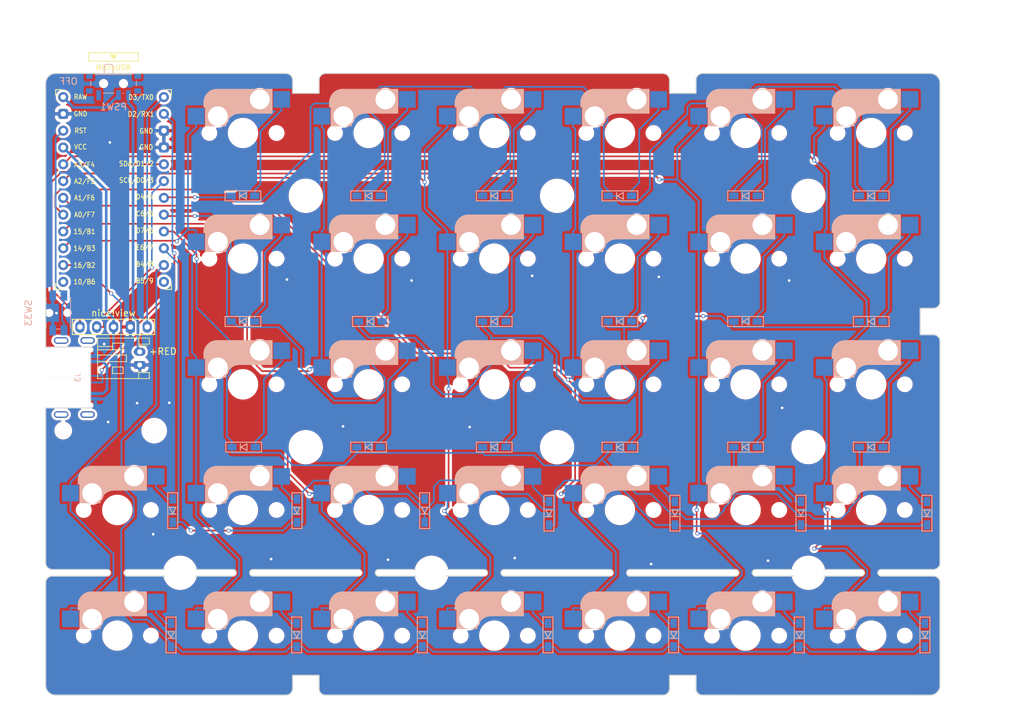
<source format=kicad_pcb>
(kicad_pcb (version 20221018) (generator pcbnew)
  (layers (0 "F.Cu" signal) (31 "B.Cu" signal) (34 "B.Paste" user) (35 "F.Paste" user) (36 "B.SilkS" user "B.Silkscreen") (37 "F.SilkS" user "F.Silkscreen") (38 "B.Mask" user) (39 "F.Mask" user) (44 "Edge.Cuts" user))
  (net 0 "")
  (net 1 "row0")
  (net 2 "Net-(BATJ1-Pin_1)")
  (net 3 "Net-(D1-A)")
  (net 4 "Net-(D2-A)")
  (net 5 "Net-(D3-A)")
  (net 6 "Net-(D4-A)")
  (net 7 "Net-(D5-A)")
  (net 8 "row1")
  (net 9 "Net-(D6-A)")
  (net 10 "Net-(D7-A)")
  (net 11 "Net-(D8-A)")
  (net 12 "Net-(D9-A)")
  (net 13 "Net-(D10-A)")
  (net 14 "Net-(D11-A)")
  (net 15 "row2")
  (net 16 "Net-(D12-A)")
  (net 17 "Net-(D13-A)")
  (net 18 "Net-(D14-A)")
  (net 19 "Net-(D15-A)")
  (net 20 "Net-(D16-A)")
  (net 21 "Net-(D17-A)")
  (net 22 "row3")
  (net 23 "Net-(D18-A)")
  (net 24 "Net-(D19-A)")
  (net 25 "Net-(D20-A)")
  (net 26 "Net-(D21-A)")
  (net 27 "Net-(D22-A)")
  (net 28 "Net-(D23-A)")
  (net 29 "VCC")
  (net 30 "GND")
  (net 31 "col3")
  (net 32 "col2")
  (net 33 "col4")
  (net 34 "/~{RESET}")
  (net 35 "col0")
  (net 36 "col1")
  (net 37 "col5")
  (net 38 "Net-(D24-A)")
  (net 39 "row4")
  (net 40 "Net-(D25-A)")
  (net 41 "Net-(D26-A)")
  (net 42 "Net-(D27-A)")
  (net 43 "Net-(D28-A)")
  (net 44 "Net-(D29-A)")
  (net 45 "Net-(D30-A)")
  (net 46 "Net-(D31-A)")
  (net 47 "Net-(D32-A)")
  (net 48 "col6")
  (net 49 "SDA")
  (net 50 "SCL")
  (net 51 "CS")
  (net 53 "+BATT")
  (net 54 "data")
  (net 55 "/ex1")
  (net 56 "/ex2")
  (footprint "kbd:CherryMX_Hotswap" (layer "F.Cu") (at 196.05 56.1775)
    (fp_text reference "SW1" hide)
    (fp_text value "SW_PUSH" hide)
  )
  (footprint "kbd:CherryMX_Hotswap" (layer "F.Cu") (at 139.05 56.1775)
    (fp_text reference "SW4" hide)
    (fp_text value "SW_PUSH" hide)
  )
  (footprint "kbd:CherryMX_Hotswap" (layer "F.Cu") (at 158.05 56.1775)
    (fp_text reference "SW3" hide)
    (fp_text value "SW_PUSH" hide)
  )
  (footprint "kbd:CherryMX_Hotswap" (layer "F.Cu") (at 177.05 56.1775)
    (fp_text reference "SW2" hide)
    (fp_text value "SW_PUSH" hide)
  )
  (footprint "kbd:ProMicro_v3" (layer "F.Cu") (at 81.4805 65.225)
    (fp_text reference "U1" hide)
    (fp_text value "ProMicro" hide)
  )
  (footprint "kbd:CherryMX_Hotswap" (layer "F.Cu") (at 120.05 56.1775)
    (fp_text reference "SW5" hide)
    (fp_text value "SW_PUSH" hide)
  )
  (footprint "kbd:CherryMX_Hotswap" (layer "F.Cu") (at 101.05 132.1775)
    (fp_text reference "SW31" hide)
    (fp_text value "SW_PUSH" hide)
  )
  (footprint "kbd:CherryMX_Hotswap" (layer "F.Cu") (at 120.05 132.1775)
    (fp_text reference "SW30" hide)
    (fp_text value "SW_PUSH" hide)
  )
  (footprint "kbd:CherryMX_Hotswap" (layer "F.Cu") (at 139.05 132.1775)
    (fp_text reference "SW29" hide)
    (fp_text value "SW_PUSH" hide)
  )
  (footprint "kbd:CherryMX_Hotswap" (layer "F.Cu") (at 196.05 132.1775)
    (fp_text reference "SW26" hide)
    (fp_text value "SW_PUSH" hide)
  )
  (footprint "kbd:CherryMX_Hotswap" (layer "F.Cu") (at 158.05 132.1775)
    (fp_text reference "SW28" hide)
    (fp_text value "SW_PUSH" hide)
  )
  (footprint "kbd:CherryMX_Hotswap" (layer "F.Cu") (at 82.05 113.1775)
    (fp_text reference "SW25" hide)
    (fp_text value "SW_PUSH" hide)
  )
  (footprint "kbd:CherryMX_Hotswap" (layer "F.Cu") (at 177.05 132.1775)
    (fp_text reference "SW27" hide)
    (fp_text value "SW_PUSH" hide)
  )
  (footprint "kbd:CherryMX_Hotswap" (layer "F.Cu") (at 101.05 113.1775)
    (fp_text reference "SW24" hide)
    (fp_text value "SW_PUSH" hide)
  )
  (footprint "kbd:CherryMX_Hotswap" (layer "F.Cu") (at 82.05 132.1775)
    (fp_text reference "SW32" hide)
    (fp_text value "SW_PUSH" hide)
  )
  (footprint "kbd:CherryMX_Hotswap" (layer "F.Cu") (at 158.05 75.1775)
    (fp_text reference "SW9" hide)
    (fp_text value "SW_PUSH" hide)
  )
  (footprint "kbd:CherryMX_Hotswap" (layer "F.Cu") (at 139.05 94.1775)
    (fp_text reference "SW16" hide)
    (fp_text value "SW_PUSH" hide)
  )
  (footprint "kbd:CherryMX_Hotswap" (layer "F.Cu") (at 196.05 94.1775)
    (fp_text reference "SW13" hide)
    (fp_text value "SW_PUSH" hide)
  )
  (footprint "kbd:CherryMX_Hotswap" (layer "F.Cu") (at 177.05 94.1775)
    (fp_text reference "SW14" hide)
    (fp_text value "SW_PUSH" hide)
  )
  (footprint "kbd:CherryMX_Hotswap" (layer "F.Cu") (at 177.05 75.1775)
    (fp_text reference "SW8" hide)
    (fp_text value "SW_PUSH" hide)
  )
  (footprint "kbd:CherryMX_Hotswap" (layer "F.Cu") (at 196.05 75.1775)
    (fp_text reference "SW7" hide)
    (fp_text value "SW_PUSH" hide)
  )
  (footprint "kbd:CherryMX_Hotswap" (layer "F.Cu") (at 101.05 56.1775)
    (fp_text reference "SW6" hide)
    (fp_text value "SW_PUSH" hide)
  )
  (footprint "kbd:CherryMX_Hotswap" (layer "F.Cu") (at 101.05 75.1775)
    (fp_text reference "SW12" hide)
    (fp_text value "SW_PUSH" hide)
  )
  (footprint "kbd:CherryMX_Hotswap" (layer "F.Cu") (at 177.05 113.1775)
    (fp_text reference "SW20" hide)
    (fp_text value "SW_PUSH" hide)
  )
  (footprint "kbd:CherryMX_Hotswap" (layer "F.Cu") (at 196.05 113.1775)
    (fp_text reference "SW19" hide)
    (fp_text value "SW_PUSH" hide)
  )
  (footprint "kbd:CherryMX_Hotswap" (layer "F.Cu") (at 120.05 113.1775)
    (fp_text reference "SW23" hide)
    (fp_text value "SW_PUSH" hide)
  )
  (footprint "kbd:CherryMX_Hotswap" (layer "F.Cu") (at 101.05 94.1775)
    (fp_text reference "SW18" hide)
    (fp_text value "SW_PUSH" hide)
  )
  (footprint "kbd:CherryMX_Hotswap" (layer "F.Cu") (at 158.05 94.1775)
    (fp_text reference "SW15" hide)
    (fp_text value "SW_PUSH" hide)
  )
  (footprint "kbd:CherryMX_Hotswap" (layer "F.Cu") (at 158.05 113.1775)
    (fp_text reference "SW21" hide)
    (fp_text value "SW_PUSH" hide)
  )
  (footprint "kbd:CherryMX_Hotswap" (layer "F.Cu") (at 120.05 94.1775)
    (fp_text reference "SW17" hide)
    (fp_text value "SW_PUSH" hide)
  )
  (footprint "kbd:CherryMX_Hotswap" (layer "F.Cu") (at 120.05 75.1775)
    (fp_text reference "SW11" hide)
    (fp_text value "SW_PUSH" hide)
  )
  (footprint "kbd:CherryMX_Hotswap" (layer "F.Cu") (at 139.05 75.1775)
    (fp_text reference "SW10" hide)
    (fp_text value "SW_PUSH" hide)
  )
  (footprint "kbd:CherryMX_Hotswap" (layer "F.Cu") (at 139.05 113.1775)
    (fp_text reference "SW22" hide)
    (fp_text value "SW_PUSH" hide)
  )
  (footprint "nice_view:nice_view_1side" (layer "F.Cu") (at 76.4005 85.5)
    (fp_text reference "J2")
    (fp_text value "OLED" hide)
  )
  (footprint "Connector_JST:JST_PH_S2B-PH-K_1x02_P2.00mm_Horizontal" (layer "F.Cu") (at 85.4305 89.2556 -90)
    (fp_text reference "BATJ1" hide)
    (fp_text value "Conn_01x02_Female")
  )
  (footprint "kbd:D3_SMD_v2" (layer "B.Cu") (at 158.05 65.6775)
    (fp_text reference "D3" hide)
    (fp_text value "D" hide)
  )
  (footprint "kbd:D3_SMD_v2" (layer "B.Cu") (at 90.424 113.284 90)
    (fp_text reference "D25" hide)
    (fp_text value "D" hide)
  )
  (footprint "beekeeb-lib:HOLE_M2_TH" (layer "B.Cu") (at 91.55 122.6775 180)
    (fp_text reference "H9" hide)
    (fp_text value "MountingHole" hide)
  )
  (footprint "beekeeb-lib:HOLE_M2_TH" (layer "B.Cu") (at 186.55 65.6775 180)
    (fp_text reference "H1" hide)
    (fp_text value "MountingHole" hide)
  )
  (footprint "beekeeb-lib:HOLE_M2_TH" (layer "B.Cu") (at 110.55 103.6775 180)
    (fp_text reference "H6" hide)
    (fp_text value "MountingHole" hide)
  )
  (footprint "beekeeb-lib:HOLE_M2_TH" (layer "B.Cu") (at 110.55 65.6775 180)
    (fp_text reference "H3" hide)
    (fp_text value "MountingHole" hide)
  )
  (footprint "beekeeb-lib:HOLE_M2_TH" (layer "B.Cu") (at 148.55 103.6775 180)
    (fp_text reference "H5" hide)
    (fp_text value "MountingHole" hide)
  )
  (footprint "beekeeb-lib:HOLE_M2_TH" (layer "B.Cu") (at 129.55 122.6775 180)
    (fp_text reference "H8" hide)
    (fp_text value "MountingHole" hide)
  )
  (footprint "beekeeb-lib:HOLE_M2_TH" (layer "B.Cu") (at 186.55 103.6775 180)
    (fp_text reference "H4" hide)
    (fp_text value "MountingHole" hide)
  )
  (footprint "beekeeb-lib:HOLE_M2_TH" (layer "B.Cu") (at 186.55 122.6775 180)
    (fp_text reference "H7" hide)
    (fp_text value "MountingHole" hide)
  )
  (footprint "Button_Switch_SMD:Panasonic_EVQPUL_EVQPUC" (layer "B.Cu") (at 73.1305 83.375 -90)
    (fp_text reference "SW33")
    (fp_text value "Reset")
  )
  (footprint "kbd:D3_SMD_v2" (layer "B.Cu") (at 196.05 103.6775)
    (fp_text reference "D13" hide)
    (fp_text value "D" hide)
  )
  (footprint "kbd:D3_SMD_v2" (layer "B.Cu") (at 139.05 84.6775)
    (fp_text reference "D10" hide)
    (fp_text value "D" hide)
  )
  (footprint "kbd:D3_SMD_v2" (layer "B.Cu") (at 101.05 84.6775)
    (fp_text reference "D12" hide)
    (fp_text value "D" hide)
  )
  (footprint "kbd:D3_SMD_v2" (layer "B.Cu") (at 120.3194 84.6775)
    (fp_text reference "D11" hide)
    (fp_text value "D" hide)
  )
  (footprint "kbd:D3_SMD_v2" (layer "B.Cu") (at 177.05 84.6775)
    (fp_text reference "D8" hide)
    (fp_text value "D" hide)
  )
  (footprint "kbd:D3_SMD_v2" (layer "B.Cu") (at 120.05 65.6775)
    (fp_text reference "D5" hide)
    (fp_text value "D" hide)
  )
  (footprint "kbd:D3_SMD_v2" (layer "B.Cu") (at 139.05 65.6775)
    (fp_text reference "D4" hide)
    (fp_text value "D" hide)
  )
  (footprint "kbd:D3_SMD_v2" (layer "B.Cu") (at 177.05 65.6775)
    (fp_text reference "D2" hide)
    (fp_text value "D" hide)
  )
  (footprint "beekeeb-lib:HOLE_M2_TH" (layer "B.Cu") (at 148.55 65.6775 180)
    (fp_text reference "H2" hide)
    (fp_text value "MountingHole" hide)
  )
  (footprint "kbd:D3_SMD_v2" (layer "B.Cu") (at 177.05 103.6775)
    (fp_text reference "D14" hide)
    (fp_text value "D" hide)
  )
  (footprint "kbd:D3_SMD_v2" (layer "B.Cu") (at 196.05 84.6775)
    (fp_text reference "D7" hide)
    (fp_text value "D" hide)
  )
  (footprint "kbd:D3_SMD_v2" (layer "B.Cu") (at 196.05 65.6775)
    (fp_text reference "D1" hide)
    (fp_text value "D" hide)
  )
  (footprint "kbd:D3_SMD_v2" (layer "B.Cu") (at 101.05 65.6775)
    (fp_text reference "D6" hide)
    (fp_text value "D" hide)
  )
  (footprint "kbd:D3_SMD_v2" (layer "B.Cu") (at 158.05 84.6775)
    (fp_text reference "D9" hide)
    (fp_text value "D" hide)
  )
  (footprint "kbd:D3_SMD_v2" (layer "B.Cu") (at 204.17 132.08 90)
    (fp_text reference "D26" hide)
    (fp_text value "D" hide)
  )
  (footprint "kbd:D3_SMD_v2" (layer "B.Cu") (at 90.17 132.08 90)
    (fp_text reference "D32" hide)
    (fp_text value "D" hide)
  )
  (footprint "kbd:D3_SMD_v2" (layer "B.Cu") (at 158.05 103.6775)
    (fp_text reference "D15" hide)
    (fp_text value "D" hide)
  )
  (footprint "kbd:D3_SMD_v2" (layer "B.Cu") (at 147.17 132.08 90)
    (fp_text reference "D29" hide)
    (fp_text value "D" hide)
  )
  (footprint "kbd:D3_SMD_v2" (layer "B.Cu") (at 185.17 132.08 90)
    (fp_text reference "D27" hide)
    (fp_text value "D" hide)
  )
  (footprint "kbd:D3_SMD_v2" (layer "B.Cu") (at 109.17 132.08 90)
    (fp_text reference "D31" hide)
    (fp_text value "D" hide)
  )
  (footprint "kbd:D3_SMD_v2" (layer "B.Cu") (at 128.17 132.08 90)
    (fp_text reference "D30" hide)
    (fp_text value "D" hide)
  )
  (footprint "kbd:D3_SMD_v2" (layer "B.Cu") (at 109.22 113.284 90)
    (fp_text reference "D24" hide)
    (fp_text value "D" hide)
  )
  (footprint "kbd:D3_SMD_v2" (layer "B.Cu") (at 147.32 113.665 90)
    (fp_text reference "D22" hide)
    (fp_text value "D" hide)
  )
  (footprint "kbd:D3_SMD_v2" (layer "B.Cu") (at 166.37 113.665 90)
    (fp_text reference "D21" hide)
    (fp_text value "D" hide)
  )
  (footprint "kbd:D3_SMD_v2" (layer "B.Cu") (at 185.42 113.665 90)
    (fp_text reference "D20" hide)
    (fp_text value "D" hide)
  )
  (footprint "kbd:D3_SMD_v2" (layer "B.Cu") (at 101.1516 103.6775)
    (fp_text reference "D18" hide)
    (fp_text value "D" hide)
  )
  (footprint "kbd:D3_SMD_v2" (layer "B.Cu") (at 128.524 113.284 90)
    (fp_text reference "D23" hide)
    (fp_text value "D" hide)
  )
  (footprint "kbd:D3_SMD_v2" (layer "B.Cu") (at 204.47 113.665 90)
    (fp_text reference "D19" hide)
    (fp_text value "D" hide)
  )
  (footprint "kbd:D3_SMD_v2" (layer "B.Cu") (at 120.05 103.6775)
    (fp_text reference "D17" hide)
    (fp_text value "D" hide)
  )
  (footprint "kbd:D3_SMD_v2" (layer "B.Cu") (at 139.05 103.6775)
    (fp_text reference "D16" hide)
    (fp_text value "D" hide)
  )
  (footprint "kbd:D3_SMD_v2" (layer "B.Cu") (at 166.17 132.08 90)
    (fp_text reference "D28" hide)
    (fp_text value "D" hide)
  )
  (footprint "cipulot_parts:HOLE_M2" (layer "B.Cu") (at 73.8772 101.1733 180)
    (fp_text reference "H10" hide)
    (fp_text value "MountingHole" hide)
  )
  (footprint "cipulot_parts:HOLE_M2" (layer "B.Cu") (at 87.6262 101.1784 180)
    (fp_text reference "H13" hide)
    (fp_text value "MountingHole" hide)
  )
  (footprint "Button_Switch_SMD:SW_SPDT_PCM12" (layer "B.Cu") (at 81.4805 49.03)
    (fp_text reference "PSW1")
    (fp_text value "SW_SPST")
  )
  (footprint "beekeeb-lib:TYPE-C-31-M-14-custom-summer" (layer "B.Cu") (at 73.918 93.15 90)
    (fp_text reference "J3")
    (fp_text value "USB_C_Receptacle")
    (fp_line (start -4.6 4.1) (end -4.6 -2.7) (stroke (width 0.12)) (layer "Edge.Cuts"))
    (fp_line (start 3.8 4.1) (end -3.8 4.1) (stroke (width 0.12)) (layer "Edge.Cuts"))
    (fp_line (start 4.6 -2.7) (end 4.6 4.1) (stroke (width 0.12)) (layer "Edge.Cuts"))
    (fp_arc (start -3.8 4.1) (mid -4.2 4.5) (end -4.6 4.1) (stroke (width 0.12)) (layer "Edge.Cuts"))
    (fp_arc (start 4.6 4.1) (mid 4.2 4.5) (end 3.8 4.1) (stroke (width 0.12)) (layer "Edge.Cuts"))
  )
  (gr_arc (start 205.450742 123.1778) (mid 206.172724 123.482961) (end 206.449902 124.21616) (stroke (width 0.15)) (layer "Edge.Cuts"))
  (gr_line (start 206.450742 87.67784) (end 206.450742 121.1778) (stroke (width 0.15)) (layer "Edge.Cuts"))
  (gr_arc (start 206.450742 121.1778) (mid 206.157846 121.884893) (end 205.450742 122.1778) (stroke (width 0.15)) (layer "Edge.Cuts"))
  (gr_line (start 206.449902 124.21616) (end 206.450742 137.19514) (stroke (width 0.15)) (layer "Edge.Cuts"))
  (gr_line (start 71.217762 124.19076) (end 71.218462 139.67754) (stroke (width 0.15)) (layer "Edge.Cuts"))
  (gr_arc (start 102.550862 123.1778) (mid 102.197322 123.031346) (end 102.050862 122.6778) (stroke (width 0.15)) (layer "Edge.Cuts"))
  (gr_line (start 156.550862 123.1778) (end 140.550862 123.1778) (stroke (width 0.15)) (layer "Edge.Cuts"))
  (gr_line (start 205.450742 123.1778) (end 197.550862 123.1778) (stroke (width 0.15)) (layer "Edge.Cuts"))
  (gr_line (start 178.550862 123.1778) (end 194.550862 123.1778) (stroke (width 0.15)) (layer "Edge.Cuts"))
  (gr_line (start 159.550862 122.1778) (end 175.550862 122.1778) (stroke (width 0.15)) (layer "Edge.Cuts"))
  (gr_arc (start 102.050862 122.6778) (mid 102.197307 122.32424) (end 102.550862 122.1778) (stroke (width 0.15)) (layer "Edge.Cuts"))
  (gr_line (start 178.550862 122.1778) (end 194.550862 122.1778) (stroke (width 0.15)) (layer "Edge.Cuts"))
  (gr_line (start 118.550862 123.1778) (end 102.550862 123.1778) (stroke (width 0.15)) (layer "Edge.Cuts"))
  (gr_arc (start 83.050862 122.6778) (mid 83.197307 122.32424) (end 83.550862 122.1778) (stroke (width 0.15)) (layer "Edge.Cuts"))
  (gr_line (start 197.550862 122.1778) (end 205.450742 122.1778) (stroke (width 0.15)) (layer "Edge.Cuts"))
  (gr_arc (start 80.550862 122.1778) (mid 80.904428 122.32424) (end 81.050862 122.6778) (stroke (width 0.15)) (layer "Edge.Cuts"))
  (gr_line (start 140.550862 122.1778) (end 156.550862 122.1778) (stroke (width 0.15)) (layer "Edge.Cuts"))
  (gr_arc (start 81.050862 122.6778) (mid 80.904414 123.031346) (end 80.550862 123.1778) (stroke (width 0.15)) (layer "Edge.Cuts"))
  (gr_line (start 99.550862 123.1778) (end 83.550862 123.1778) (stroke (width 0.15)) (layer "Edge.Cuts"))
  (gr_arc (start 83.550862 123.1778) (mid 83.197322 123.031346) (end 83.050862 122.6778) (stroke (width 0.15)) (layer "Edge.Cuts"))
  (gr_line (start 137.550862 123.1778) (end 121.550862 123.1778) (stroke (width 0.15)) (layer "Edge.Cuts"))
  (gr_arc (start 157.050862 122.6778) (mid 156.904414 123.031346) (end 156.550862 123.1778) (stroke (width 0.15)) (layer "Edge.Cuts"))
  (gr_line (start 72.218462 122.1778) (end 80.550862 122.1778) (stroke (width 0.15)) (layer "Edge.Cuts"))
  (gr_line (start 80.550862 123.1778) (end 72.218462 123.1778) (stroke (width 0.15)) (layer "Edge.Cuts"))
  (gr_line (start 102.550862 122.1778) (end 118.550862 122.1778) (stroke (width 0.15)) (layer "Edge.Cuts"))
  (gr_arc (start 140.550862 123.1778) (mid 140.197322 123.031346) (end 140.050862 122.6778) (stroke (width 0.15)) (layer "Edge.Cuts"))
  (gr_line (start 121.550862 122.1778) (end 137.550862 122.1778) (stroke (width 0.15)) (layer "Edge.Cuts"))
  (gr_line (start 175.550862 123.1778) (end 159.550862 123.1778) (stroke (width 0.15)) (layer "Edge.Cuts"))
  (gr_line (start 206.450772 48.649865) (end 206.450742 59.01394) (stroke (width 0.15)) (layer "Edge.Cuts"))
  (gr_arc (start 71.218462 48.67754) (mid 71.657786 47.616847) (end 72.718462 47.17754) (stroke (width 0.15)) (layer "Edge.Cuts"))
  (gr_line (start 83.550862 122.1778) (end 99.550862 122.1778) (stroke (width 0.15)) (layer "Edge.Cuts"))
  (gr_arc (start 72.718462 141.17754) (mid 71.657801 140.738196) (end 71.218462 139.67754) (stroke (width 0.15)) (layer "Edge.Cuts"))
  (gr_line (start 72.718462 47.17754) (end 107.549942 47.17754) (stroke (width 0.15)) (layer "Edge.Cuts"))
  (gr_line (start 206.450742 81.68344) (end 206.450742 59.01394) (stroke (width 0.15)) (layer "Edge.Cuts"))
  (gr_line (start 204.950742 141.18434) (end 170.549942 141.17754) (stroke (width 0.15)) (layer "Edge.Cuts"))
  (gr_arc (start 107.549942 47.17754) (mid 108.25706 47.470422) (end 108.549942 48.17754) (stroke (width 0.15)) (layer "Edge.Cuts"))
  (gr_line (start 112.549942 50.17754) (end 112.549942 48.17754) (stroke (width 0.15)) (layer "Edge.Cuts"))
  (gr_arc (start 112.549942 48.17754) (mid 112.842819 47.470393) (end 113.549942 47.17754) (stroke (width 0.15)) (layer "Edge.Cuts"))
  (gr_line (start 165.549942 48.17754) (end 165.549942 50.17754) (stroke (width 0.15)) (layer "Edge.Cuts"))
  (gr_line (start 205.450742 86.67784) (end 203.450742 86.67784) (stroke (width 0.15)) (layer "Edge.Cuts"))
  (gr_line (start 206.450742 139.68434) (end 206.450742 137.19514) (stroke (width 0.15)) (layer "Edge.Cuts"))
  (gr_line (start 112.549942 138.17754) (end 112.549942 140.17754) (stroke (width 0.15)) (layer "Edge.Cuts"))
  (gr_arc (start 164.549942 47.17754) (mid 165.25706 47.470422) (end 165.549942 48.17754) (stroke (width 0.15)) (layer "Edge.Cuts"))
  (gr_line (start 113.549942 47.17754) (end 164.549942 47.17754) (stroke (width 0.15)) (layer "Edge.Cuts"))
  (gr_arc (start 113.549942 141.17754) (mid 112.842847 140.884635) (end 112.549942 140.17754) (stroke (width 0.15)) (layer "Edge.Cuts"))
  (gr_line (start 169.549942 140.17754) (end 169.549942 138.17754) (stroke (width 0.15)) (layer "Edge.Cuts"))
  (gr_line (start 72.718462 141.17754) (end 107.549942 141.17754) (stroke (width 0.15)) (layer "Edge.Cuts"))
  (gr_line (start 108.549942 140.17754) (end 108.549942 138.17754) (stroke (width 0.15)) (layer "Edge.Cuts"))
  (gr_line (start 203.450742 82.68344) (end 205.450742 82.68344) (stroke (width 0.15)) (layer "Edge.Cuts"))
  (gr_arc (start 165.549942 140.17754) (mid 165.257032 140.884607) (end 164.549942 141.17754) (stroke (width 0.15)) (layer "Edge.Cuts"))
  (gr_line (start 165.549942 140.17754) (end 165.549942 138.17754) (stroke (width 0.15)) (layer "Edge.Cuts"))
  (gr_arc (start 205.450742 86.67784) (mid 206.15786 86.970722) (end 206.450742 87.67784) (stroke (width 0.15)) (layer "Edge.Cuts"))
  (gr_arc (start 206.450742 81.68344) (mid 206.157832 82.390507) (end 205.450742 82.68344) (stroke (width 0.15)) (layer "Edge.Cuts"))
  (gr_arc (start 108.549942 140.17754) (mid 108.257032 140.884607) (end 107.549942 141.17754) (stroke (width 0.15)) (layer "Edge.Cuts"))
  (gr_line (start 113.549942 141.17754) (end 164.549942 141.17754) (stroke (width 0.15)) (layer "Edge.Cuts"))
  (gr_arc (start 170.549942 141.17754) (mid 169.842847 140.884635) (end 169.549942 140.17754) (stroke (width 0.15)) (layer "Edge.Cuts"))
  (gr_line (start 108.549942 50.17754) (end 108.549942 48.17754) (stroke (width 0.15)) (layer "Edge.Cuts"))
  (gr_arc (start 169.549942 48.17754) (mid 169.842819 47.470393) (end 170.549942 47.17754) (stroke (width 0.15)) (layer "Edge.Cuts"))
  (gr_line (start 165.549942 138.17754) (end 169.549942 138.17754) (stroke (width 0.15)) (layer "Edge.Cuts"))
  (gr_line (start 203.450742 86.67784) (end 203.450742 82.68344) (stroke (width 0.15)) (layer "Edge.Cuts"))
  (gr_line (start 169.549942 50.17754) (end 169.549942 48.17754) (stroke (width 0.15)) (layer "Edge.Cuts"))
  (gr_line (start 165.549942 50.17754) (end 169.549942 50.17754) (stroke (width 0.15)) (layer "Edge.Cuts"))
  (gr_line (start 205.028342 47.17754) (end 170.549942 47.17754) (stroke (width 0.15)) (layer "Edge.Cuts"))
  (gr_line (start 108.549942 138.17754) (end 112.549942 138.17754) (stroke (width 0.15)) (layer "Edge.Cuts"))
  (gr_line (start 108.549942 50.17754) (end 112.549942 50.17754) (stroke (width 0.15)) (layer "Edge.Cuts"))
  (gr_arc (start 159.050862 122.6778) (mid 159.197307 122.32424) (end 159.550862 122.1778) (stroke (width 0.15)) (layer "Edge.Cuts"))
  (gr_arc (start 71.217762 124.19076) (mid 71.506279 123.47501) (end 72.218462 123.1778) (stroke (width 0.15)) (layer "Edge.Cuts"))
  (gr_line (start 71.21794 88.55) (end 71.21794 48.67754) (stroke (width 0.15)) (layer "Edge.Cuts"))
  (gr_arc (start 137.550862 122.1778) (mid 137.904428 122.32424) (end 138.050862 122.6778) (stroke (width 0.15)) (layer "Edge.Cuts"))
  (gr_arc (start 121.050862 122.6778) (mid 121.197307 122.32424) (end 121.550862 122.1778) (stroke (width 0.15)) (layer "Edge.Cuts"))
  (gr_arc (start 197.050862 122.6778) (mid 197.197307 122.32424) (end 197.550862 122.1778) (stroke (width 0.15)) (layer "Edge.Cuts"))
  (gr_arc (start 176.050862 122.6778) (mid 175.904414 123.031346) (end 175.550862 123.1778) (stroke (width 0.15)) (layer "Edge.Cuts"))
  (gr_arc (start 99.550862 122.1778) (mid 99.904428 122.32424) (end 100.050862 122.6778) (stroke (width 0.15)) (layer "Edge.Cuts"))
  (gr_arc (start 159.550862 123.1778) (mid 159.197322 123.031346) (end 159.050862 122.6778) (stroke (width 0.15)) (layer "Edge.Cuts"))
  (gr_arc (start 140.050862 122.6778) (mid 140.197307 122.32424) (end 140.550862 122.1778) (stroke (width 0.15)) (layer "Edge.Cuts"))
  (gr_arc (start 178.550862 123.1778) (mid 178.197322 123.031346) (end 178.050862 122.6778) (stroke (width 0.15)) (layer "Edge.Cuts"))
  (gr_arc (start 195.050862 122.6778) (mid 194.904414 123.031346) (end 194.550862 123.1778) (stroke (width 0.15)) (layer "Edge.Cuts"))
  (gr_arc (start 194.550862 122.1778) (mid 194.904428 122.32424) (end 195.050862 122.6778) (stroke (width 0.15)) (layer "Edge.Cuts"))
  (gr_arc (start 121.550862 123.1778) (mid 121.197322 123.031346) (end 121.050862 122.6778) (stroke (width 0.15)) (layer "Edge.Cuts"))
  (gr_arc (start 118.550862 122.1778) (mid 118.904428 122.32424) (end 119.050862 122.6778) (stroke (width 0.15)) (layer "Edge.Cuts"))
  (gr_arc (start 156.550862 122.1778) (mid 156.904428 122.32424) (end 157.050862 122.6778) (stroke (width 0.15)) (layer "Edge.Cuts"))
  (gr_arc (start 197.550862 123.1778) (mid 197.197322 123.031346) (end 197.050862 122.6778) (stroke (width 0.15)) (layer "Edge.Cuts"))
  (gr_arc (start 119.050862 122.6778) (mid 118.904414 123.031346) (end 118.550862 123.1778) (stroke (width 0.15)) (layer "Edge.Cuts"))
  (gr_arc (start 100.050862 122.6778) (mid 99.904414 123.031346) (end 99.550862 123.1778) (stroke (width 0.15)) (layer "Edge.Cuts"))
  (gr_arc (start 72.218462 122.1778) (mid 71.495025 121.86884) (end 71.21794 121.132608) (stroke (width 0.15)) (layer "Edge.Cuts"))
  (gr_arc (start 178.050862 122.6778) (mid 178.197307 122.32424) (end 178.550862 122.1778) (stroke (width 0.15)) (layer "Edge.Cuts"))
  (gr_arc (start 175.550862 122.1778) (mid 175.904428 122.32424) (end 176.050862 122.6778) (stroke (width 0.15)) (layer "Edge.Cuts"))
  (gr_arc (start 138.050862 122.6778) (mid 137.904414 123.031346) (end 137.550862 123.1778) (stroke (width 0.15)) (layer "Edge.Cuts"))
  (gr_arc (start 205.028342 47.17754) (mid 206.037063 47.626263) (end 206.450772 48.649865) (stroke (width 0.15)) (layer "Edge.Cuts"))
  (gr_arc (start 206.450742 139.68434) (mid 206.011386 140.74496) (end 204.950742 141.18434) (stroke (width 0.15)) (layer "Edge.Cuts"))
  (gr_line (start 71.21794 121.132608) (end 71.21794 97.75) (stroke (width 0.15)) (layer "Edge.Cuts"))
  (gr_text "OFF" (at 74.676 48.3616) (layer "B.SilkS") (effects (font (size 1 1)) (justify mirror)))
  (gr_text "+RED" (at 88.9508 89.2048) (layer "F.SilkS") (effects (font (size 1 1))))
  (segment (start 89.1815 65.8974) (end 89.0919 65.987) (width 0.25) (layer "F.Cu") (net 1))
  (segment (start 93.7764 65.8974) (end 89.1815 65.8974) (width 0.25) (layer "F.Cu") (net 1))
  (via (at 93.7764 65.8974) (size 0.6) (drill 0.4) (layers "F.Cu" "B.Cu") (net 1))
  (segment (start 162.5764 58.9904) (end 168.2605 53.3063) (width 0.25) (layer "B.Cu") (net 1))
  (segment (start 194.275 65.6775) (end 194.275 64.8006) (width 0.25) (layer "B.Cu") (net 1))
  (segment (start 168.2605 53.3063) (end 168.2605 52.2548) (width 0.25) (layer "B.Cu") (net 1))
  (segment (start 156.275 65.6775) (end 157.3519 65.6775) (width 0.25) (layer "B.Cu") (net 1))
  (segment (start 179.4769 60.5987) (end 175.275 64.8006) (width 0.25) (layer "B.Cu") (net 1))
  (segment (start 122.4769 55.1722) (end 122.4769 60.5987) (width 0.25) (layer "B.Cu") (net 1))
  (segment (start 99.275 65.8967) (end 99.275 65.897) (width 0.25) (layer "B.Cu") (net 1))
  (segment (start 121.7798 49.1611) (end 119.1228 51.8181) (width 0.25) (layer "B.Cu") (net 1))
  (segment (start 111.2605 52.2746) (end 111.8252 51.7099) (width 0.25) (layer "B.Cu") (net 1))
  (segment (start 122.4769 60.5987) (end 118.275 64.8006) (width 0.25) (layer "B.Cu") (net 1))
  (segment (start 103.6874 66.5544) (end 111.2605 58.9813) (width 0.25) (layer "B.Cu") (net 1))
  (segment (start 141.4769 55.1722) (end 141.4769 60.5987) (width 0.25) (layer "B.Cu") (net 1))
  (segment (start 168.8104 51.7049) (end 176.0096 51.7049) (width 0.25) (layer "B.Cu") (net 1))
  (segment (start 155.6133 55.068) (end 156.1922 54.4891) (width 0.25) (layer "B.Cu") (net 1))
  (segment (start 119.0146 51.7099) (end 119.1228 51.8181) (width 0.25) (layer "B.Cu") (net 1))
  (segment (start 175.275 65.6775) (end 175.275 64.8006) (width 0.25) (layer "B.Cu") (net 1))
  (segment (start 193.6133 55.068) (end 194.193 54.4883) (width 0.25) (layer "B.Cu") (net 1))
  (segment (start 111.2605 58.9813) (end 111.2605 52.2746) (width 0.25) (layer "B.Cu") (net 1))
  (segment (start 140.7447 49.1956) (end 138.1225 51.8178) (width 0.25) (layer "B.Cu") (net 1))
  (segment (start 178.7529 49.1783) (end 176.118 51.8132) (width 0.25) (layer "B.Cu") (net 1))
  (segment (start 152.5191 49.1956) (end 140.7447 49.1956) (width 0.25) (layer "B.Cu") (net 1))
  (segment (start 119.1228 51.8181) (end 122.4769 55.1722) (width 0.25) (layer "B.Cu") (net 1))
  (segment (start 168.2605 52.2548) (end 168.8104 51.7049) (width 0.25) (layer "B.Cu") (net 1))
  (segment (start 194.275 64.8006) (end 193.6133 64.1389) (width 0.25) (layer "B.Cu") (net 1))
  (segment (start 135.4658 49.1611) (end 121.7798 49.1611) (width 0.25) (layer "B.Cu") (net 1))
  (segment (start 155.6133 64.1389) (end 155.6133 55.068) (width 0.25) (layer "B.Cu") (net 1))
  (segment (start 158.2871 66.6127) (end 160.6366 66.6127) (width 0.25) (layer "B.Cu") (net 1))
  (segment (start 193.6133 64.1389) (end 193.6133 55.068) (width 0.25) (layer "B.Cu") (net 1))
  (segment (start 157.3519 65.6775) (end 158.2871 66.6127) (width 0.25) (layer "B.Cu") (net 1))
  (segment (start 99.275 65.897) (end 99.2746 65.8974) (width 0.25) (layer "B.Cu") (net 1))
  (segment (start 160.6366 66.6127) (end 162.5764 64.6729) (width 0.25) (layer "B.Cu") (net 1))
  (segment (start 99.2746 65.8974) (end 93.7764 65.8974) (width 0.25) (layer "B.Cu") (net 1))
  (segment (start 99.275 65.6775) (end 99.275 65.8967) (width 0.25) (layer "B.Cu") (net 1))
  (segment (start 176.118 51.8132) (end 179.4769 55.1722) (width 0.25) (layer "B.Cu") (net 1))
  (segment (start 138.1225 51.8178) (end 141.4769 55.1722) (width 0.25) (layer "B.Cu") (net 1))
  (segment (start 194.193 52.8419) (end 190.5294 49.1783) (width 0.25) (layer "B.Cu") (net 1))
  (segment (start 194.193 54.4883) (end 194.193 52.8419) (width 0.25) (layer "B.Cu") (net 1))
  (segment (start 99.9324 66.5544) (end 103.6874 66.5544) (width 0.25) (layer "B.Cu") (net 1))
  (segment (start 156.275 65.6775) (end 156.275 64.8006) (width 0.25) (layer "B.Cu") (net 1))
  (segment (start 111.8252 51.7099) (end 119.0146 51.7099) (width 0.25) (layer "B.Cu") (net 1))
  (segment (start 162.5764 64.6729) (end 162.5764 58.9904) (width 0.25) (layer "B.Cu") (net 1))
  (segment (start 141.4769 60.5987) (end 137.275 64.8006) (width 0.25) (layer "B.Cu") (net 1))
  (segment (start 156.1922 52.8687) (end 152.5191 49.1956) (width 0.25) (layer "B.Cu") (net 1))
  (segment (start 118.275 65.6775) (end 118.275 64.8006) (width 0.25) (layer "B.Cu") (net 1))
  (segment (start 190.5294 49.1783) (end 178.7529 49.1783) (width 0.25) (layer "B.Cu") (net 1))
  (segment (start 138.1225 51.8178) (end 135.4658 49.1611) (width 0.25) (layer "B.Cu") (net 1))
  (segment (start 156.1922 54.4891) (end 156.1922 52.8687) (width 0.25) (layer "B.Cu") (net 1))
  (segment (start 176.0096 51.7049) (end 176.118 51.8132) (width 0.25) (layer "B.Cu") (net 1))
  (segment (start 137.275 65.6775) (end 137.275 64.8006) (width 0.25) (layer "B.Cu") (net 1))
  (segment (start 156.275 64.8006) (end 155.6133 64.1389) (width 0.25) (layer "B.Cu") (net 1))
  (segment (start 179.4769 55.1722) (end 179.4769 60.5987) (width 0.25) (layer "B.Cu") (net 1))
  (segment (start 99.275 65.897) (end 99.9324 66.5544) (width 0.25) (layer "B.Cu") (net 1))
  (segment (start 84.4296 52.361) (end 84.4296 83.88979) (width 0.4) (layer "B.Cu") (net 2))
  (segment (start 83.7305 50.46) (end 83.7305 51.6619) (width 0.4) (layer "B.Cu") (net 2))
  (segment (start 85.169 84.62919) (end 85.169 88.9941) (width 0.4) (layer "B.Cu") (net 2))
  (segment (start 84.4296 83.88979) (end 85.169 84.62919) (width 0.4) (layer "B.Cu") (net 2))
  (segment (start 85.169 88.9941) (end 85.4305 89.2556) (width 0.4) (layer "B.Cu") (net 2))
  (segment (start 83.7305 51.6619) (end 84.4296 52.361) (width 0.4) (layer "B.Cu") (net 2))
  (segment (start 198.9788 55.6376) (end 201.892 52.7244) (width 0.25) (layer "B.Cu") (net 3))
  (segment (start 197.825 65.6775) (end 197.825 64.8006) (width 0.25) (layer "B.Cu") (net 3))
  (segment (start 197.825 64.8006) (end 198.9788 63.6468) (width 0.25) (layer "B.Cu") (net 3))
  (segment (start 198.9788 63.6468) (end 198.9788 55.6376) (width 0.25) (layer "B.Cu") (net 3))
  (segment (start 201.892 51.0975) (end 201.892 52.7244) (width 0.25) (layer "B.Cu") (net 3))
  (segment (start 182.892 51.0975) (end 182.892 52.7244) (width 0.25) (layer "B.Cu") (net 4))
  (segment (start 178.825 65.6775) (end 178.825 64.8006) (width 0.25) (layer "B.Cu") (net 4))
  (segment (start 179.9788 63.6468) (end 179.9788 55.6376) (width 0.25) (layer "B.Cu") (net 4))
  (segment (start 179.9788 55.6376) (end 182.892 52.7244) (width 0.25) (layer "B.Cu") (net 4))
  (segment (start 178.825 64.8006) (end 179.9788 63.6468) (width 0.25) (layer "B.Cu") (net 4))
  (segment (start 159.825 64.8006) (end 160.9788 63.6468) (width 0.25) (layer "B.Cu") (net 5))
  (segment (start 159.825 65.6775) (end 159.825 64.8006) (width 0.25) (layer "B.Cu") (net 5))
  (segment (start 160.9788 55.6376) (end 163.892 52.7244) (width 0.25) (layer "B.Cu") (net 5))
  (segment (start 160.9788 63.6468) (end 160.9788 55.6376) (width 0.25) (layer "B.Cu") (net 5))
  (segment (start 163.892 51.0975) (end 163.892 52.7244) (width 0.25) (layer "B.Cu") (net 5))
  (segment (start 140.825 64.8006) (end 141.9788 63.6468) (width 0.25) (layer "B.Cu") (net 6))
  (segment (start 141.9788 55.6376) (end 144.892 52.7244) (width 0.25) (layer "B.Cu") (net 6))
  (segment (start 140.825 65.6775) (end 140.825 64.8006) (width 0.25) (layer "B.Cu") (net 6))
  (segment (start 141.9788 63.6468) (end 141.9788 55.6376) (width 0.25) (layer "B.Cu") (net 6))
  (segment (start 144.892 51.0975) (end 144.892 52.7244) (width 0.25) (layer "B.Cu") (net 6))
  (segment (start 122.9788 55.6376) (end 125.892 52.7244) (width 0.25) (layer "B.Cu") (net 7))
  (segment (start 122.9788 63.6468) (end 122.9788 55.6376) (width 0.25) (layer "B.Cu") (net 7))
  (segment (start 121.825 64.8006) (end 122.9788 63.6468) (width 0.25) (layer "B.Cu") (net 7))
  (segment (start 121.825 65.6775) (end 121.825 64.8006) (width 0.25) (layer "B.Cu") (net 7))
  (segment (start 125.892 51.0975) (end 125.892 52.7244) (width 0.25) (layer "B.Cu") (net 7))
  (segment (start 161.4942 84.1995) (end 161.8177 83.876) (width 0.25) (layer "F.Cu") (net 8))
  (segment (start 161.8177 83.876) (end 170.6553 83.876) (width 0.25) (layer "F.Cu") (net 8))
  (segment (start 93.7644 68.7335) (end 89.2984 68.7335) (width 0.25) (layer "F.Cu") (net 8))
  (segment (start 89.2984 68.7335) (end 89.0919 68.527) (width 0.25) (layer "F.Cu") (net 8))
  (via (at 161.4942 84.1995) (size 0.6) (drill 0.4) (layers "F.Cu" "B.Cu") (net 8))
  (via (at 93.7644 68.7335) (size 0.6) (drill 0.4) (layers "F.Cu" "B.Cu") (net 8))
  (via (at 170.6553 83.876) (size 0.6) (drill 0.4) (layers "F.Cu" "B.Cu") (net 8))
  (segment (start 99.2039 73.4774) (end 99.2039 71.892) (width 0.25) (layer "B.Cu") (net 8))
  (segment (start 129.8778 94.2585) (end 129.8778 90.0244) (width 0.25) (layer "B.Cu") (net 8))
  (segment (start 158.6813 85.5544) (end 158.6813 91.3766) (width 0.25) (layer "B.Cu") (net 8))
  (segment (start 120.1349 87.1449) (end 118.5444 85.5544) (width 0.25) (layer "B.Cu") (net 8))
  (segment (start 131.298 95.6787) (end 129.8778 94.2585) (width 0.25) (layer "B.Cu") (net 8))
  (segment (start 194.275 84.6775) (end 194.275 85.5544) (width 0.25) (layer "B.Cu") (net 8))
  (segment (start 126.9983 87.1449) (end 120.6823 87.1449) (width 0.25) (layer "B.Cu") (net 8))
  (segment (start 121.0012 96.6585) (end 114.8072 96.6585) (width 0.25) (layer "B.Cu") (net 8))
  (segment (start 160.4769 95.1828) (end 159.0043 96.6554) (width 0.25) (layer "B.Cu") (net 8))
  (segment (start 96.0454 68.7335) (end 93.7644 68.7335) (width 0.25) (layer "B.Cu") (net 8))
  (segment (start 109.8445 91.6958) (end 109.8445 88.9591) (width 0.25) (layer "B.Cu") (net 8))
  (segment (start 99.2039 71.892) (end 96.0454 68.7335) (width 0.25) (layer "B.Cu") (net 8))
  (segment (start 156.275 85.5544) (end 158.6813 85.5544) (width 0.25) (layer "B.Cu") (net 8))
  (segment (start 158.6813 91.3766) (end 160.4769 93.1722) (width 0.25) (layer "B.Cu") (net 8))
  (segment (start 120.6823 87.1449) (end 120.1349 87.1449) (width 0.25) (layer "B.Cu") (net 8))
  (segment (start 156.275 84.6775) (end 156.275 85.5544) (width 0.25) (layer "B.Cu") (net 8))
  (segment (start 173.3966 83.876) (end 174.1981 84.6775) (width 0.25) (layer "B.Cu") (net 8))
  (segment (start 194.275 85.5544) (end 175.275 85.5544) (width 0.25) (layer "B.Cu") (net 8))
  (segment (start 148.4794 89.5282) (end 146.12 87.1688) (width 0.25) (layer "B.Cu") (net 8))
  (segment (start 99.4097 84.6775) (end 98.6133 83.8811) (width 0.25) (layer "B.Cu") (net 8))
  (segment (start 138.6075 86.8869) (end 138.6075 87.1688) (width 0.25) (layer "B.Cu") (net 8))
  (segment (start 120.6823 91.3776) (end 122.4769 93.1722) (width 0.25) (layer "B.Cu") (net 8))
  (segment (start 120.6823 87.1449) (end 120.6823 91.3776) (width 0.25) (layer "B.Cu") (net 8))
  (segment (start 160.6899 85.5544) (end 161.4942 84.7501) (width 0.25) (layer "B.Cu") (net 8))
  (segment (start 148.4794 92.7678) (end 148.4794 89.5282) (width 0.25) (layer "B.Cu") (net 8))
  (segment (start 160.4769 93.1722) (end 160.4769 95.1828) (width 0.25) (layer "B.Cu") (net 8))
  (segment (start 122.4769 93.1722) (end 122.4769 95.1828) (width 0.25) (layer "B.Cu") (net 8))
  (segment (start 138.6075 91.1815) (end 136.2044 93.5846) (width 0.25) (layer "B.Cu") (net 8))
  (segment (start 158.6813 85.5544) (end 160.6899 85.5544) (width 0.25) (layer "B.Cu") (net 8))
  (segment (start 99.275 84.6775) (end 99.4097 84.6775) (width 0.25) (layer "B.Cu") (net 8))
  (segment (start 146.12 87.1688) (end 138.6075 87.1688) (width 0.25) (layer "B.Cu") (net 8))
  (segment (start 109.8445 88.9591) (end 106.4398 85.5544) (width 0.25) (layer "B.Cu") (net 8))
  (segment (start 161.4942 84.7501) (end 161.4942 84.1995) (width 0.25) (layer "B.Cu") (net 8))
  (segment (start 152.367 96.6554) (end 148.4794 92.7678) (width 0.25) (layer "B.Cu") (net 8))
  (segment (start 106.4398 85.5544) (end 100.4212 85.5544) (width 0.25) (layer "B.Cu") (net 8))
  (segment (start 175.275 84.6775) (end 174.1981 84.6775) (width 0.25) (layer "B.Cu") (net 8))
  (segment (start 134.3621 95.6787) (end 131.298 95.6787) (width 0.25) (layer "B.Cu") (net 8))
  (segment (start 136.2044 93.5846) (end 136.2044 93.8364) (width 0.25) (layer "B.Cu") (net 8))
  (segment (start 137.275 84.6775) (end 137.275 85.5544) (width 0.25) (layer "B.Cu") (net 8))
  (segment (start 122.4769 95.1828) (end 121.0012 96.6585) (width 0.25) (layer "B.Cu") (net 8))
  (segment (start 175.275 84.6775) (end 175.275 85.5544) (width 0.25) (layer "B.Cu") (net 8))
  (segment (start 159.0043 96.6554) (end 152.367 96.6554) (width 0.25) (layer "B.Cu") (net 8))
  (segment (start 100.4212 85.5544) (end 99.5443 84.6775) (width 0.25) (layer "B.Cu") (net 8))
  (segment (start 129.8778 90.0244) (end 126.9983 87.1449) (width 0.25) (layer "B.Cu") (net 8))
  (segment (start 98.6133 83.8811) (end 98.6133 74.068) (width 0.25) (layer "B.Cu") (net 8))
  (segment (start 137.275 85.5544) (end 138.6075 86.8869) (width 0.25) (layer "B.Cu") (net 8))
  (segment (start 138.6075 87.1688) (end 138.6075 91.1815) (width 0.25) (layer "B.Cu") (net 8))
  (segment (start 114.8072 96.6585) (end 109.8445 91.6958) (width 0.25) (layer "B.Cu") (net 8))
  (segment (start 99.4097 84.6775) (end 99.5443 84.6775) (width 0.25) (layer "B.Cu") (net 8))
  (segment (start 118.5444 84.6775) (end 118.5444 85.5544) (width 0.25) (layer "B.Cu") (net 8))
  (segment (start 170.6553 83.876) (end 173.3966 83.876) (width 0.25) (layer "B.Cu") (net 8))
  (segment (start 98.6133 74.068) (end 99.2039 73.4774) (width 0.25) (layer "B.Cu") (net 8))
  (segment (start 136.2044 93.8364) (end 134.3621 95.6787) (width 0.25) (layer "B.Cu") (net 8))
  (segment (start 103.6974 55.919) (end 103.6974 63.9282) (width 0.25) (layer "B.Cu") (net 9))
  (segment (start 106.892 52.7244) (end 103.6974 55.919) (width 0.25) (layer "B.Cu") (net 9))
  (segment (start 106.892 51.0975) (end 106.892 52.7244) (width 0.25) (layer "B.Cu") (net 9))
  (segment (start 103.6974 63.9282) (end 102.825 64.8006) (width 0.25) (layer "B.Cu") (net 9))
  (segment (start 102.825 65.6775) (end 102.825 64.8006) (width 0.25) (layer "B.Cu") (net 9))
  (segment (start 198.7019 74.9145) (end 201.892 71.7244) (width 0.25) (layer "B.Cu") (net 10))
  (segment (start 198.7019 82.9237) (end 198.7019 74.9145) (width 0.25) (layer "B.Cu") (net 10))
  (segment (start 197.825 84.6775) (end 197.825 83.8006) (width 0.25) (layer "B.Cu") (net 10))
  (segment (start 201.892 70.0975) (end 201.892 71.7244) (width 0.25) (layer "B.Cu") (net 10))
  (segment (start 197.825 83.8006) (end 198.7019 82.9237) (width 0.25) (layer "B.Cu") (net 10))
  (segment (start 178.825 84.6775) (end 178.825 83.8006) (width 0.25) (layer "B.Cu") (net 11))
  (segment (start 182.892 70.0975) (end 182.892 71.7244) (width 0.25) (layer "B.Cu") (net 11))
  (segment (start 179.7019 82.9237) (end 179.7019 74.9145) (width 0.25) (layer "B.Cu") (net 11))
  (segment (start 178.825 83.8006) (end 179.7019 82.9237) (width 0.25) (layer "B.Cu") (net 11))
  (segment (start 179.7019 74.9145) (end 182.892 71.7244) (width 0.25) (layer "B.Cu") (net 11))
  (segment (start 159.825 83.8006) (end 160.7019 82.9237) (width 0.25) (layer "B.Cu") (net 12))
  (segment (start 160.7019 74.9145) (end 163.892 71.7244) (width 0.25) (layer "B.Cu") (net 12))
  (segment (start 159.825 84.6775) (end 159.825 83.8006) (width 0.25) (layer "B.Cu") (net 12))
  (segment (start 163.892 70.0975) (end 163.892 71.7244) (width 0.25) (layer "B.Cu") (net 12))
  (segment (start 160.7019 82.9237) (end 160.7019 74.9145) (width 0.25) (layer "B.Cu") (net 12))
  (segment (start 140.825 84.6775) (end 140.825 83.8006) (width 0.25) (layer "B.Cu") (net 13))
  (segment (start 144.892 70.0975) (end 144.892 71.7244) (width 0.25) (layer "B.Cu") (net 13))
  (segment (start 141.7019 82.9237) (end 141.7019 74.9145) (width 0.25) (layer "B.Cu") (net 13))
  (segment (start 141.7019 74.9145) (end 144.892 71.7244) (width 0.25) (layer "B.Cu") (net 13))
  (segment (start 140.825 83.8006) (end 141.7019 82.9237) (width 0.25) (layer "B.Cu") (net 13))
  (segment (start 122.0944 83.8006) (end 122.963 82.932) (width 0.25) (layer "B.Cu") (net 14))
  (segment (start 122.963 74.6534) (end 125.892 71.7244) (width 0.25) (layer "B.Cu") (net 14))
  (segment (start 125.892 70.0975) (end 125.892 71.7244) (width 0.25) (layer "B.Cu") (net 14))
  (segment (start 122.963 82.932) (end 122.963 74.6534) (width 0.25) (layer "B.Cu") (net 14))
  (segment (start 122.0944 84.6775) (end 122.0944 83.8006) (width 0.25) (layer "B.Cu") (net 14))
  (segment (start 90.5646 71.067) (end 89.0919 71.067) (width 0.25) (layer "F.Cu") (net 15))
  (segment (start 94.0452 75.2017) (end 94.0452 74.5476) (width 0.25) (layer "F.Cu") (net 15))
  (segment (start 94.0452 74.5476) (end 90.5646 71.067) (width 0.25) (layer "F.Cu") (net 15))
  (via (at 94.0452 75.2017) (size 0.6) (drill 0.4) (layers "F.Cu" "B.Cu") (net 15))
  (segment (start 167.2455 113.8106) (end 167.9814 114.5465) (width 0.25) (layer "B.Cu") (net 15))
  (segment (start 99.3766 103.6775) (end 99.3766 104.5544) (width 0.25) (layer "B.Cu") (net 15))
  (segment (start 165.818 113.8106) (end 167.2455 113.8106) (width 0.25) (layer "B.Cu") (net 15))
  (segment (start 192.783 113.2476) (end 191.5175 114.5131) (width 0.25) (layer "B.Cu") (net 15))
  (segment (start 184.9577 113.9253) (end 181.7775 110.7451) (width 0.25) (layer "B.Cu") (net 15))
  (segment (start 137.275 104.5529) (end 137.629 104.9069) (width 0.25) (layer "B.Cu") (net 15))
  (segment (start 137.275 103.6775) (end 137.275 104.4285) (width 0.25) (layer "B.Cu") (net 15))
  (segment (start 175.275 110.7451) (end 175.275 103.6775) (width 0.25) (layer "B.Cu") (net 15))
  (segment (start 145.0462 104.9069) (end 146.5751 106.4358) (width 0.25) (layer "B.Cu") (net 15))
  (segment (start 162.7554 110.748) (end 165.818 113.8106) (width 0.25) (layer "B.Cu") (net 15))
  (segment (start 146.5751 106.4358) (end 154.3936 106.4358) (width 0.25) (layer "B.Cu") (net 15))
  (segment (start 194.275 111.4064) (end 192.783 112.8984) (width 0.25) (layer "B.Cu") (net 15))
  (segment (start 137.275 104.4285) (end 137.275 104.5529) (width 0.25) (layer "B.Cu") (net 15))
  (segment (start 137.275 104.5544) (end 118.275 104.5544) (width 0.25) (layer "B.Cu") (net 15))
  (segment (start 108.5568 106.4175) (end 116.4119 106.4175) (width 0.25) (layer "B.Cu") (net 15))
  (segment (start 116.4119 106.4175) (end 118.275 104.5544) (width 0.25) (layer "B.Cu") (net 15))
  (segment (start 194.275 103.6775) (end 194.275 111.4064) (width 0.25) (layer "B.Cu") (net 15))
  (segment (start 94.0452 82.5761) (end 94.0452 75.2017) (width 0.25) (layer "B.Cu") (net 15))
  (segment (start 106.6937 104.5544) (end 108.5568 106.4175) (width 0.25) (layer "B.Cu") (net 15))
  (segment (start 154.3936 106.4358) (end 155.315 105.5144) (width 0.25) (layer "B.Cu") (net 15))
  (segment (start 192.783 112.8984) (end 192.783 113.2476) (width 0.25) (layer "B.Cu") (net 15))
  (segment (start 99.1497 92.5316) (end 99.1497 87.6806) (width 0.25) (layer "B.Cu") (net 15))
  (segment (start 173.783 113.2476) (end 173.783 112.8984) (width 0.25) (layer "B.Cu") (net 15))
  (segment (start 137.275 104.5529) (end 137.275 104.5544) (width 0.25) (layer "B.Cu") (net 15))
  (segment (start 99.3766 103.3649) (end 99.3766 102.8006) (width 0.25) (layer "B.Cu") (net 15))
  (segment (start 98.6133 93.068) (end 99.1497 92.5316) (width 0.25) (layer "B.Cu") (net 15))
  (segment (start 99.3766 104.5544) (end 106.6937 104.5544) (width 0.25) (layer "B.Cu") (net 15))
  (segment (start 191.5175 114.5131) (end 187.3364 114.5131) (width 0.25) (layer "B.Cu") (net 15))
  (segment (start 137.629 104.9069) (end 145.0462 104.9069) (width 0.25) (layer "B.Cu") (net 15))
  (segment (start 118.275 103.6775) (end 118.275 104.5544) (width 0.25) (layer "B.Cu") (net 15))
  (segment (start 99.1497 87.6806) (end 94.0452 82.5761) (width 0.25) (layer "B.Cu") (net 15))
  (segment (start 160.5486 110.748) (end 162.7554 110.748) (width 0.25) (layer "B.Cu") (net 15))
  (segment (start 155.315 105.5144) (end 160.5486 110.748) (width 0.25) (layer "B.Cu") (net 15))
  (segment (start 181.7775 110.7451) (end 175.275 110.7451) (width 0.25) (layer "B.Cu") (net 15))
  (segment (start 99.3766 102.8006) (end 98.6133 102.0373) (width 0.25) (layer "B.Cu") (net 15))
  (segment (start 172.4841 114.5465) (end 173.783 113.2476) (width 0.25) (layer "B.Cu") (net 15))
  (segment (start 99.3766 103.6775) (end 99.3766 103.3649) (width 0.25) (layer "B.Cu") (net 15))
  (segment (start 156.275 104.5544) (end 155.315 105.5144) (width 0.25) (layer "B.Cu") (net 15))
  (segment (start 187.3364 114.5131) (end 186.7486 113.9253) (width 0.25) (layer "B.Cu") (net 15))
  (segment (start 186.7486 113.9253) (end 184.9577 113.9253) (width 0.25) (layer "B.Cu") (net 15))
  (segment (start 98.6133 102.0373) (end 98.6133 93.068) (width 0.25) (layer "B.Cu") (net 15))
  (segment (start 167.9814 114.5465) (end 172.4841 114.5465) (width 0.25) (layer "B.Cu") (net 15))
  (segment (start 156.275 103.6775) (end 156.275 104.5544) (width 0.25) (layer "B.Cu") (net 15))
  (segment (start 175.275 111.4064) (end 175.275 110.7451) (width 0.25) (layer "B.Cu") (net 15))
  (segment (start 173.783 112.8984) (end 175.275 111.4064) (width 0.25) (layer "B.Cu") (net 15))
  (segment (start 104.3558 74.2606) (end 106.892 71.7244) (width 0.25) (layer "B.Cu") (net 16))
  (segment (start 102.825 83.8006) (end 104.3558 82.2698) (width 0.25) (layer "B.Cu") (net 16))
  (segment (start 102.825 84.6775) (end 102.825 83.8006) (width 0.25) (layer "B.Cu") (net 16))
  (segment (start 106.892 70.0975) (end 106.892 71.7244) (width 0.25) (layer "B.Cu") (net 16))
  (segment (start 104.3558 82.2698) (end 104.3558 74.2606) (width 0.25) (layer "B.Cu") (net 16))
  (segment (start 201.892 89.0975) (end 201.892 90.7244) (width 0.25) (layer "B.Cu") (net 17))
  (segment (start 197.825 103.6775) (end 197.825 102.8006) (width 0.25) (layer "B.Cu") (net 17))
  (segment (start 198.7019 93.9145) (end 201.892 90.7244) (width 0.25) (layer "B.Cu") (net 17))
  (segment (start 198.7019 101.9237) (end 198.7019 93.9145) (width 0.25) (layer "B.Cu") (net 17))
  (segment (start 197.825 102.8006) (end 198.7019 101.9237) (width 0.25) (layer "B.Cu") (net 17))
  (segment (start 182.892 89.0975) (end 182.892 90.7244) (width 0.25) (layer "B.Cu") (net 18))
  (segment (start 179.7019 93.9145) (end 182.892 90.7244) (width 0.25) (layer "B.Cu") (net 18))
  (segment (start 178.825 103.6775) (end 178.825 102.8006) (width 0.25) (layer "B.Cu") (net 18))
  (segment (start 179.7019 101.9237) (end 179.7019 93.9145) (width 0.25) (layer "B.Cu") (net 18))
  (segment (start 178.825 102.8006) (end 179.7019 101.9237) (width 0.25) (layer "B.Cu") (net 18))
  (segment (start 160.9788 93.6376) (end 163.892 90.7244) (width 0.25) (layer "B.Cu") (net 19))
  (segment (start 159.825 103.6775) (end 159.825 102.8006) (width 0.25) (layer "B.Cu") (net 19))
  (segment (start 159.825 102.8006) (end 160.9788 101.6468) (width 0.25) (layer "B.Cu") (net 19))
  (segment (start 160.9788 101.6468) (end 160.9788 93.6376) (width 0.25) (layer "B.Cu") (net 19))
  (segment (start 163.892 89.0975) (end 163.892 90.7244) (width 0.25) (layer "B.Cu") (net 19))
  (segment (start 144.892 89.0975) (end 144.892 90.7244) (width 0.25) (layer "B.Cu") (net 20))
  (segment (start 140.825 102.8006) (end 141.9788 101.6468) (width 0.25) (layer "B.Cu") (net 20))
  (segment (start 141.9788 93.6376) (end 144.892 90.7244) (width 0.25) (layer "B.Cu") (net 20))
  (segment (start 140.825 103.6775) (end 140.825 102.8006) (width 0.25) (layer "B.Cu") (net 20))
  (segment (start 141.9788 101.6468) (end 141.9788 93.6376) (width 0.25) (layer "B.Cu") (net 20))
  (segment (start 121.825 103.6775) (end 121.825 102.8006) (width 0.25) (layer "B.Cu") (net 21))
  (segment (start 121.825 102.8006) (end 122.9788 101.6468) (width 0.25) (layer "B.Cu") (net 21))
  (segment (start 122.9788 93.6376) (end 125.892 90.7244) (width 0.25) (layer "B.Cu") (net 21))
  (segment (start 122.9788 101.6468) (end 122.9788 93.6376) (width 0.25) (layer "B.Cu") (net 21))
  (segment (start 125.892 89.0975) (end 125.892 90.7244) (width 0.25) (layer "B.Cu") (net 21))
  (segment (start 98.8756 116.2927) (end 93.185 116.2927) (width 0.25) (layer "F.Cu") (net 22))
  (segment (start 93.185 116.2927) (end 93.1742 116.2819) (width 0.25) (layer "F.Cu") (net 22))
  (via (at 93.1742 116.2819) (size 0.6) (drill 0.4) (layers "F.Cu" "B.Cu") (net 22))
  (via (at 98.8756 116.2927) (size 0.6) (drill 0.4) (layers "F.Cu" "B.Cu") (net 22))
  (segment (start 140.2779 110.7521) (end 138.225 108.6992) (width 0.25) (layer "B.Cu") (net 22))
  (segment (start 184.5431 115.44) (end 184.3636 115.6195) (width 0.25) (layer "B.Cu") (net 22))
  (segment (start 163.4425 115.44) (end 160.5571 112.5546) (width 0.25) (layer "B.Cu") (net 22))
  (segment (start 147.32 115.44) (end 148.1969 115.44) (width 0.25) (layer "B.Cu") (net 22))
  (segment (start 138.225 108.6992) (end 130.8377 108.6992) (width 0.25) (layer "B.Cu") (net 22))
  (segment (start 89.0919 73.7466) (end 91.3009 75.9556) (width 0.25) (layer "B.Cu") (net 22))
  (segment (start 160.5571 112.5546) (end 160.5571 112.18) (width 0.25) (layer "B.Cu") (net 22))
  (segment (start 203.5931 115.44) (end 203.418 115.6151) (width 0.25) (layer "B.Cu") (net 22))
  (segment (start 129.9217 109.6152) (end 129.9217 111.8855) (width 0.25) (layer "B.Cu") (net 22))
  (segment (start 204.47 115.44) (end 203.5931 115.44) (width 0.25) (layer "B.Cu") (net 22))
  (segment (start 184.3636 115.6195) (end 167.4264 115.6195) (width 0.25) (layer "B.Cu") (net 22))
  (segment (start 91.3009 75.9556) (end 91.3009 115.0134) (width 0.25) (layer "B.Cu") (net 22))
  (segment (start 118.2133 108.7335) (end 111.7718 108.7335) (width 0.25) (layer "B.Cu") (net 22))
  (segment (start 148.1969 110.2864) (end 148.1969 113.0083) (width 0.25) (layer "B.Cu") (net 22))
  (segment (start 109.22 115.059) (end 110.0969 115.059) (width 0.25) (layer "B.Cu") (net 22))
  (segment (start 128.524 113.2832) (end 125.9914 110.7506) (width 0.25) (layer "B.Cu") (net 22))
  (segment (start 91.3009 115.0134) (end 91.9057 115.0134) (width 0.25) (layer "B.Cu") (net 22))
  (segment (start 110.0969 110.4084) (end 110.0969 115.059) (width 0.25) (layer "B.Cu") (net 22))
  (segment (start 160.5571 112.18) (end 157.0937 108.7166) (width 0.25) (layer "B.Cu") (net 22))
  (segment (start 186.472 115.6151) (end 186.2969 115.44) (width 0.25) (layer "B.Cu") (net 22))
  (segment (start 120.2304 110.7506) (end 118.2133 108.7335) (width 0.25) (layer "B.Cu") (net 22))
  (segment (start 111.7718 108.7335) (end 110.0969 110.4084) (width 0.25) (layer "B.Cu") (net 22))
  (segment (start 167.4264 115.6195) (end 167.2469 115.44) (width 0.25) (layer "B.Cu") (net 22))
  (segment (start 125.9914 110.7506) (end 120.2304 110.7506) (width 0.25) (layer "B.Cu") (net 22))
  (segment (start 157.0937 108.7166) (end 149.7667 108.7166) (width 0.25) (layer "B.Cu") (net 22))
  (segment (start 148.1969 113.0083) (end 148.1969 115.44) (width 0.25) (layer "B.Cu") (net 22))
  (segment (start 148.1969 113.0083) (end 146.3584 113.0083) (width 0.25) (layer "B.Cu") (net 22))
  (segment (start 89.0919 73.607) (end 89.0919 73.7466) (width 0.25) (layer "B.Cu") (net 22))
  (segment (start 128.524 115.059) (end 128.524 113.9821) (width 0.25) (layer "B.Cu") (net 22))
  (segment (start 185.42 115.44) (end 184.5431 115.44) (width 0.25) (layer "B.Cu") (net 22))
  (segment (start 185.42 115.44) (end 186.2969 115.44) (width 0.25) (layer "B.Cu") (net 22))
  (segment (start 166.37 115.44) (end 167.2469 115.44) (width 0.25) (layer "B.Cu") (net 22))
  (segment (start 129.9217 111.8855) (end 128.524 113.2832) (width 0.25) (layer "B.Cu") (net 22))
  (segment (start 146.3584 113.0083) (end 144.1022 110.7521) (width 0.25) (layer "B.Cu") (net 22))
  (segment (start 144.1022 110.7521) (end 140.2779 110.7521) (width 0.25) (layer "B.Cu") (net 22))
  (segment (start 128.524 113.2832) (end 128.524 113.9821) (width 0.25) (layer "B.Cu") (net 22))
  (segment (start 203.418 115.6151) (end 186.472 115.6151) (width 0.25) (layer "B.Cu") (net 22))
  (segment (start 149.7667 108.7166) (end 148.1969 110.2864) (width 0.25) (layer "B.Cu") (net 22))
  (segment (start 107.1094 116.2927) (end 98.8756 116.2927) (width 0.25) (layer "B.Cu") (net 22))
  (segment (start 91.9057 115.0134) (end 93.1742 116.2819) (width 0.25) (layer "B.Cu") (net 22))
  (segment (start 109.22 115.059) (end 108.3431 115.059) (width 0.25) (layer "B.Cu") (net 22))
  (segment (start 108.3431 115.059) (end 107.1094 116.2927) (width 0.25) (layer "B.Cu") (net 22))
  (segment (start 166.37 115.44) (end 163.4425 115.44) (width 0.25) (layer "B.Cu") (net 22))
  (segment (start 130.8377 108.6992) (end 129.9217 109.6152) (width 0.25) (layer "B.Cu") (net 22))
  (segment (start 91.3009 115.0134) (end 91.2206 115.0134) (width 0.25) (layer "B.Cu") (net 22))
  (segment (start 90.424 115.059) (end 91.175 115.059) (width 0.25) (layer "B.Cu") (net 22))
  (segment (start 91.2206 115.0134) (end 91.175 115.059) (width 0.25) (layer "B.Cu") (net 22))
  (segment (start 104.214 93.4024) (end 106.892 90.7244) (width 0.25) (layer "B.Cu") (net 23))
  (segment (start 102.9266 103.6775) (end 102.9266 102.8006) (width 0.25) (layer "B.Cu") (net 23))
  (segment (start 104.214 101.5132) (end 104.214 93.4024) (width 0.25) (layer "B.Cu") (net 23))
  (segment (start 106.892 89.0975) (end 106.892 90.7244) (width 0.25) (layer "B.Cu") (net 23))
  (segment (start 102.9266 102.8006) (end 104.214 101.5132) (width 0.25) (layer "B.Cu") (net 23))
  (segment (start 203.5931 111.4255) (end 201.892 109.7244) (width 0.25) (layer "B.Cu") (net 24))
  (segment (start 201.892 108.0975) (end 201.892 109.7244) (width 0.25) (layer "B.Cu") (net 24))
  (segment (start 204.47 111.89) (end 203.5931 111.89) (width 0.25) (layer "B.Cu") (net 24))
  (segment (start 203.5931 111.89) (end 203.5931 111.4255) (width 0.25) (layer "B.Cu") (net 24))
  (segment (start 182.892 108.0975) (end 182.892 109.7244) (width 0.25) (layer "B.Cu") (net 25))
  (segment (start 185.42 111.89) (end 184.5431 111.89) (width 0.25) (layer "B.Cu") (net 25))
  (segment (start 184.5431 111.89) (end 184.5431 111.3755) (width 0.25) (layer "B.Cu") (net 25))
  (segment (start 184.5431 111.3755) (end 182.892 109.7244) (width 0.25) (layer "B.Cu") (net 25))
  (segment (start 163.892 108.0975) (end 163.892 109.7244) (width 0.25) (layer "B.Cu") (net 26))
  (segment (start 165.4931 111.89) (end 165.4931 111.3255) (width 0.25) (layer "B.Cu") (net 26))
  (segment (start 166.37 111.89) (end 165.4931 111.89) (width 0.25) (layer "B.Cu") (net 26))
  (segment (start 165.4931 111.3255) (end 163.892 109.7244) (width 0.25) (layer "B.Cu") (net 26))
  (segment (start 147.32 111.89) (end 146.4431 111.89) (width 0.25) (layer "B.Cu") (net 27))
  (segment (start 146.4431 111.89) (end 146.4431 111.2755) (width 0.25) (layer "B.Cu") (net 27))
  (segment (start 144.892 108.0975) (end 144.892 109.7244) (width 0.25) (layer "B.Cu") (net 27))
  (segment (start 146.4431 111.2755) (end 144.892 109.7244) (width 0.25) (layer "B.Cu") (net 27))
  (segment (start 127.6471 111.4795) (end 125.892 109.7244) (width 0.25) (layer "B.Cu") (net 28))
  (segment (start 125.892 108.0975) (end 125.892 109.7244) (width 0.25) (layer "B.Cu") (net 28))
  (segment (start 127.6471 111.509) (end 127.6471 111.4795) (width 0.25) (layer "B.Cu") (net 28))
  (segment (start 128.524 111.509) (end 127.6471 111.509) (width 0.25) (layer "B.Cu") (net 28))
  (segment (start 81.4805 85.5) (end 81.4805 89.074) (width 0.4) (layer "B.Cu") (net 29))
  (segment (start 80.4906 94.9793) (end 80.4906 91.3861) (width 0.4) (layer "B.Cu") (net 29))
  (segment (start 78.718 90.725) (end 79.8295 90.725) (width 0.4) (layer "B.Cu") (net 29))
  (segment (start 81.4805 85.5) (end 81.4805 84.1591) (width 0.4) (layer "B.Cu") (net 29))
  (segment (start 81.4805 89.074) (end 79.8295 90.725) (width 0.4) (layer "B.Cu") (net 29))
  (segment (start 73.8719 58.367) (end 80.3755 64.8706) (width 0.4) (layer "B.Cu") (net 29))
  (segment (start 80.3755 64.8706) (end 80.3755 83.0541) (width 0.4) (layer "B.Cu") (net 29))
  (segment (start 80.4906 91.3861) (end 79.8295 90.725) (width 0.4) (layer "B.Cu") (net 29))
  (segment (start 78.718 95.575) (end 79.8949 95.575) (width 0.4) (layer "B.Cu") (net 29))
  (segment (start 80.3755 83.0541) (end 81.4805 84.1591) (width 0.4) (layer "B.Cu") (net 29))
  (segment (start 79.8949 95.575) (end 80.4906 94.9793) (width 0.4) (layer "B.Cu") (net 29))
  (via (at 183.642 78.486) (size 0.6) (drill 0.4) (layers "F.Cu" "B.Cu") (net 30))
  (via (at 116.1796 100.5332) (size 0.6) (drill 0.4) (layers "F.Cu" "B.Cu") (net 30))
  (via (at 144.78 77.7748) (size 0.6) (drill 0.4) (layers "F.Cu" "B.Cu") (net 30))
  (via (at 85.0392 97.028) (size 0.6) (drill 0.4) (layers "F.Cu" "B.Cu") (net 30))
  (via (at 135.3312 100.6348) (size 0.6) (drill 0.4) (layers "F.Cu" "B.Cu") (net 30))
  (via (at 107.696 78.3336) (size 0.6) (drill 0.4) (layers "F.Cu" "B.Cu") (net 30))
  (via (at 122.9868 120.7008) (size 0.6) (drill 0.4) (layers "F.Cu" "B.Cu") (net 30))
  (via (at 89.916 96.9772) (size 0.6) (drill 0.4) (layers "F.Cu" "B.Cu") (net 30))
  (via (at 163.9316 77.9272) (size 0.6) (drill 0.4) (layers "F.Cu" "B.Cu") (net 30))
  (via (at 162.7632 121.3612) (size 0.6) (drill 0.4) (layers "F.Cu" "B.Cu") (net 30))
  (via (at 182.5752 97.7392) (size 0.6) (drill 0.4) (layers "F.Cu" "B.Cu") (net 30))
  (via (at 72.8472 83.4136) (size 0.6) (drill 0.4) (layers "F.Cu" "B.Cu") (net 30))
  (via (at 80.6704 99.8728) (size 0.6) (drill 0.4) (layers "F.Cu" "B.Cu") (net 30))
  (via (at 80.9244 57.6072) (size 0.6) (drill 0.4) (layers "F.Cu" "B.Cu") (net 30))
  (via (at 85.4964 58.5216) (size 0.6) (drill 0.4) (layers "F.Cu" "B.Cu") (net 30))
  (via (at 87.4776 116.84) (size 0.6) (drill 0.4) (layers "F.Cu" "B.Cu") (net 30))
  (via (at 126.5428 78.486) (size 0.6) (drill 0.4) (layers "F.Cu" "B.Cu") (net 30))
  (via (at 142.1384 120.4468) (size 0.6) (drill 0.4) (layers "F.Cu" "B.Cu") (net 30))
  (via (at 80.0608 88.0872) (size 0.6) (drill 0.4) (layers "F.Cu" "B.Cu") (net 30))
  (via (at 180.4416 120.8532) (size 0.6) (drill 0.4) (layers "F.Cu" "B.Cu") (net 30))
  (via (at 105.3084 120.5992) (size 0.6) (drill 0.4) (layers "F.Cu" "B.Cu") (net 30))
  (segment (start 132.1479 112.6862) (end 131.4964 113.3377) (width 0.25) (layer "F.Cu") (net 31))
  (segment (start 101.4375 62.948) (end 127.8917 62.948) (width 0.25) (layer "F.Cu") (net 31))
  (segment (start 132.1479 94.8668) (end 132.1479 112.6862) (width 0.25) (layer "F.Cu") (net 31))
  (segment (start 73.8719 68.527) (end 72.6798 67.3349) (width 0.25) (layer "F.Cu") (net 31))
  (segment (start 72.6798 65.5092) (end 73.472 64.717) (width 0.25) (layer "F.Cu") (net 31))
  (segment (start 72.6798 67.3349) (end 72.6798 65.5092) (width 0.25) (layer "F.Cu") (net 31))
  (segment (start 73.472 64.717) (end 99.6685 64.717) (width 0.25) (layer "F.Cu") (net 31))
  (segment (start 127.8917 62.948) (end 128.5297 63.586) (width 0.25) (layer "F.Cu") (net 31))
  (segment (start 99.6685 64.717) (end 101.4375 62.948) (width 0.25) (layer "F.Cu") (net 31))
  (via (at 131.4964 113.3377) (size 0.6) (drill 0.4) (layers "F.Cu" "B.Cu") (net 31))
  (via (at 132.1479 94.8668) (size 0.6) (drill 0.4) (layers "F.Cu" "B.Cu") (net 31))
  (via (at 128.5297 63.586) (size 0.6) (drill 0.4) (layers "F.Cu" "B.Cu") (net 31))
  (segment (start 128.5297 63.586) (end 128.5297 67.5753) (width 0.25) (layer "B.Cu") (net 31))
  (segment (start 131.965 72.6375) (end 131.965 71.0106) (width 0.25) (layer "B.Cu") (net 31))
  (segment (start 138.4632 120.3045) (end 138.4632 123.0376) (width 0.25) (layer "B.Cu") (net 31))
  (segment (start 128.5297 67.5753) (end 131.965 71.0106) (width 0.25) (layer "B.Cu") (net 31))
  (segment (start 131.965 53.6375) (end 131.965 55.2644) (width 0.25) (layer "B.Cu") (net 31))
  (segment (start 128.5297 58.6997) (end 128.5297 63.586) (width 0.25) (layer "B.Cu") (net 31))
  (segment (start 131.965 129.6375) (end 131.965 128.0106) (width 0.25) (layer "B.Cu") (net 31))
  (segment (start 133.4902 128.0106) (end 131.965 128.0106) (width 0.25) (layer "B.Cu") (net 31))
  (segment (start 131.4964 113.3377) (end 138.4632 120.3045) (width 0.25) (layer "B.Cu") (net 31))
  (segment (start 132.1479 93.4473) (end 132.1479 94.8668) (width 0.25) (layer "B.Cu") (net 31))
  (segment (start 138.4632 123.0376) (end 133.4902 128.0106) (width 0.25) (layer "B.Cu") (net 31))
  (segment (start 131.4964 113.3377) (end 131.965 112.8691) (width 0.25) (layer "B.Cu") (net 31))
  (segment (start 131.965 112.8691) (end 131.965 110.6375) (width 0.25) (layer "B.Cu") (net 31))
  (segment (start 131.965 72.6375) (end 131.965 91.6375) (width 0.25) (layer "B.Cu") (net 31))
  (segment (start 131.965 91.6375) (end 131.965 93.2644) (width 0.25) (layer "B.Cu") (net 31))
  (segment (start 131.965 55.2644) (end 128.5297 58.6997) (width 0.25) (layer "B.Cu") (net 31))
  (segment (start 131.965 93.2644) (end 132.1479 93.4473) (width 0.25) (layer "B.Cu") (net 31))
  (segment (start 151.2773 94.5658) (end 151.2773 108.5821) (width 0.25) (layer "F.Cu") (net 32))
  (segment (start 150.1979 93.4864) (end 148.3749 91.6634) (width 0.25) (layer "F.Cu") (net 32))
  (segment (start 148.3749 91.6634) (end 141.4007 91.6634) (width 0.25) (layer "F.Cu") (net 32))
  (segment (start 151.2773 108.5821) (end 149.1248 110.7346) (width 0.25) (layer "F.Cu") (net 32))
  (segment (start 127.394 89.4955) (end 105.0698 67.1713) (width 0.25) (layer "F.Cu") (net 32))
  (segment (start 139.2328 89.4955) (end 127.394 89.4955) (width 0.25) (layer "F.Cu") (net 32))
  (segment (start 150.1979 93.4864) (end 151.2773 94.5658) (width 0.25) (layer "F.Cu") (net 32))
  (segment (start 105.0698 67.1713) (end 75.0562 67.1713) (width 0.25) (layer "F.Cu") (net 32))
  (segment (start 141.4007 91.6634) (end 139.2328 89.4955) (width 0.25) (layer "F.Cu") (net 32))
  (segment (start 75.0562 67.1713) (end 73.8719 65.987) (width 0.25) (layer "F.Cu") (net 32))
  (via (at 149.1248 110.7346) (size 0.6) (drill 0.4) (layers "F.Cu" "B.Cu") (net 32))
  (via (at 150.1979 93.4864) (size 0.6) (drill 0.4) (layers "F.Cu" "B.Cu") (net 32))
  (segment (start 150.965 53.6375) (end 150.965 55.2644) (width 0.25) (layer "B.Cu") (net 32))
  (segment (start 150.4199 93.2644) (end 150.965 93.2644) (width 0.25) (layer "B.Cu") (net 32))
  (segment (start 150.965 113.0577) (end 150.965 110.6375) (width 0.25) (layer "B.Cu") (net 32))
  (segment (start 150.1979 93.4864) (end 150.4199 93.2644) (width 0.25) (layer "B.Cu") (net 32))
  (segment (start 157.4386 119.5313) (end 150.965 113.0577) (width 0.25) (layer "B.Cu") (net 32))
  (segment (start 150.965 128.0106) (end 152.4902 128.0106) (width 0.25) (layer "B.Cu") (net 32))
  (segment (start 149.1248 110.7346) (end 149.2219 110.6375) (width 0.25) (layer "B.Cu") (net 32))
  (segment (start 150.965 71.0106) (end 151.3048 70.6708) (width 0.25) (layer "B.Cu") (net 32))
  (segment (start 150.965 91.6375) (end 150.965 72.6375) (width 0.25) (layer "B.Cu") (net 32))
  (segment (start 151.3048 55.6042) (end 150.965 55.2644) (width 0.25) (layer "B.Cu") (net 32))
  (segment (start 157.4386 123.0622) (end 157.4386 119.5313) (width 0.25) (layer "B.Cu") (net 32))
  (segment (start 151.3048 70.6708) (end 151.3048 55.6042) (width 0.25) (layer "B.Cu") (net 32))
  (segment (start 149.2219 110.6375) (end 150.965 110.6375) (width 0.25) (layer "B.Cu") (net 32))
  (segment (start 150.965 129.6375) (end 150.965 128.0106) (width 0.25) (layer "B.Cu") (net 32))
  (segment (start 152.4902 128.0106) (end 157.4386 123.0622) (width 0.25) (layer "B.Cu") (net 32))
  (segment (start 150.965 91.6375) (end 150.965 93.2644) (width 0.25) (layer "B.Cu") (net 32))
  (segment (start 150.965 72.6375) (end 150.965 71.0106) (width 0.25) (layer "B.Cu") (net 32))
  (segment (start 101.6731 83.3347) (end 101.6731 89.9121) (width 0.25) (layer "F.Cu") (net 33))
  (segment (start 103.5001 81.5077) (end 101.6731 83.3347) (width 0.25) (layer "F.Cu") (net 33))
  (segment (start 75.0308 69.9081) (end 99.2146 69.9081) (width 0.25) (layer "F.Cu") (net 33))
  (segment (start 110.8735 92.1806) (end 111.1175 91.9366) (width 0.25) (layer "F.Cu") (net 33))
  (segment (start 103.9416 92.1806) (end 107.8195 92.1806) (width 0.25) (layer "F.Cu") (net 33))
  (segment (start 99.2146 69.9081) (end 103.5001 74.1936) (width 0.25) (layer "F.Cu") (net 33))
  (segment (start 101.6731 89.9121) (end 103.9416 92.1806) (width 0.25) (layer "F.Cu") (net 33))
  (segment (start 73.8719 71.067) (end 75.0308 69.9081) (width 0.25) (layer "F.Cu") (net 33))
  (segment (start 103.5001 74.1936) (end 103.5001 81.5077) (width 0.25) (layer "F.Cu") (net 33))
  (segment (start 107.8195 92.1806) (end 110.8735 92.1806) (width 0.25) (layer "F.Cu") (net 33))
  (segment (start 107.8195 92.1806) (end 107.8195 107.4793) (width 0.25) (layer "F.Cu") (net 33))
  (segment (start 107.8195 107.4793) (end 111.09 110.7498) (width 0.25) (layer "F.Cu") (net 33))
  (via (at 111.09 110.7498) (size 0.6) (drill 0.4) (layers "F.Cu" "B.Cu") (net 33))
  (via (at 111.1175 91.9366) (size 0.6) (drill 0.4) (layers "F.Cu" "B.Cu") (net 33))
  (segment (start 113.3048 70.6708) (end 113.3048 55.6042) (width 0.25) (layer "B.Cu") (net 33))
  (segment (start 112.965 72.6375) (end 112.965 74.2644) (width 0.25) (layer "B.Cu") (net 33))
  (segment (start 114.4902 128.0106) (end 119.4283 123.0725) (width 0.25) (layer "B.Cu") (net 33))
  (segment (start 112.965 91.6375) (end 112.9449 91.6375) (width 0.25) (layer "B.Cu") (net 33))
  (segment (start 112.965 72.6375) (end 112.965 71.0106) (width 0.25) (layer "B.Cu") (net 33))
  (segment (start 112.965 71.0106) (end 113.3048 70.6708) (width 0.25) (layer "B.Cu") (net 33))
  (segment (start 111.3131 91.741) (end 111.3131 91.6375) (width 0.25) (layer "B.Cu") (net 33))
  (segment (start 112.965 113.3081) (end 112.965 110.6375) (width 0.25) (layer "B.Cu") (net 33))
  (segment (start 112.9449 91.6375) (end 111.3131 91.6375) (width 0.25) (layer "B.Cu") (net 33))
  (segment (start 112.965 129.6375) (end 112.965 128.0106) (width 0.25) (layer "B.Cu") (net 33))
  (segment (start 112.9449 91.6375) (end 112.9449 74.2845) (width 0.25) (layer "B.Cu") (net 33))
  (segment (start 119.4283 123.0725) (end 119.4283 119.7714) (width 0.25) (layer "B.Cu") (net 33))
  (segment (start 112.9449 74.2845) (end 112.965 74.2644) (width 0.25) (layer "B.Cu") (net 33))
  (segment (start 111.09 110.7498) (end 111.2023 110.6375) (width 0.25) (layer "B.Cu") (net 33))
  (segment (start 112.965 53.6375) (end 112.965 55.2644) (width 0.25) (layer "B.Cu") (net 33))
  (segment (start 113.3048 55.6042) (end 112.965 55.2644) (width 0.25) (layer "B.Cu") (net 33))
  (segment (start 111.1175 91.9366) (end 111.3131 91.741) (width 0.25) (layer "B.Cu") (net 33))
  (segment (start 119.4283 119.7714) (end 112.965 113.3081) (width 0.25) (layer "B.Cu") (net 33))
  (segment (start 112.965 128.0106) (end 114.4902 128.0106) (width 0.25) (layer "B.Cu") (net 33))
  (segment (start 111.2023 110.6375) (end 112.965 110.6375) (width 0.25) (layer "B.Cu") (net 33))
  (segment (start 73.9805 80.75) (end 73.9805 81.9019) (width 0.25) (layer "B.Cu") (net 34))
  (segment (start 73.7228 84.5904) (end 73.7228 82.1596) (width 0.25) (layer "B.Cu") (net 34))
  (segment (start 73.9805 80.5978) (end 72.7323 79.3496) (width 0.25) (layer "B.Cu") (net 34))
  (segment (start 72.7323 79.3496) (end 72.7323 56.9666) (width 0.25) (layer "B.Cu") (net 34))
  (segment (start 72.7323 56.9666) (end 73.8719 55.827) (width 0.25) (layer "B.Cu") (net 34))
  (segment (start 73.9805 86) (end 73.9805 84.8481) (width 0.25) (layer "B.Cu") (net 34))
  (segment (start 73.9805 84.8481) (end 73.7228 84.5904) (width 0.25) (layer "B.Cu") (net 34))
  (segment (start 73.7228 82.1596) (end 73.9805 81.9019) (width 0.25) (layer "B.Cu") (net 34))
  (segment (start 73.9805 80.75) (end 73.9805 80.5978) (width 0.25) (layer "B.Cu") (net 34))
  (segment (start 73.8719 60.907) (end 75.067 59.7119) (width 0.25) (layer "F.Cu") (net 35))
  (segment (start 186.8016 59.7119) (end 187.4137 60.324) (width 0.25) (layer "F.Cu") (net 35))
  (segment (start 75.067 59.7119) (end 186.8016 59.7119) (width 0.25) (layer "F.Cu") (net 35))
  (segment (start 187.4137 119.0296) (end 189.4529 116.9904) (width 0.25) (layer "F.Cu") (net 35))
  (segment (start 189.4529 116.9904) (end 189.4529 113.1378) (width 0.25) (layer "F.Cu") (net 35))
  (via (at 187.4137 60.324) (size 0.6) (drill 0.4) (layers "F.Cu" "B.Cu") (net 35))
  (via (at 187.4137 119.0296) (size 0.6) (drill 0.4) (layers "F.Cu" "B.Cu") (net 35))
  (via (at 189.4529 113.1378) (size 0.6) (drill 0.4) (layers "F.Cu" "B.Cu") (net 35))
  (segment (start 192.2271 119.0296) (end 187.4137 119.0296) (width 0.25) (layer "B.Cu") (net 35))
  (segment (start 189.3048 70.6708) (end 189.3048 62.2151) (width 0.25) (layer "B.Cu") (net 35))
  (segment (start 188.965 128.0106) (end 190.4788 128.0106) (width 0.25) (layer "B.Cu") (net 35))
  (segment (start 187.4137 60.324) (end 187.4137 56.8157) (width 0.25) (layer "B.Cu") (net 35))
  (segment (start 188.965 92.1082) (end 188.965 91.6375) (width 0.25) (layer "B.Cu") (net 35))
  (segment (start 189.3048 62.2151) (end 187.4137 60.324) (width 0.25) (layer "B.Cu") (net 35))
  (segment (start 188.965 129.6375) (end 188.965 128.0106) (width 0.25) (layer "B.Cu") (net 35))
  (segment (start 195.3519 81.4764) (end 188.965 75.0895) (width 0.25) (layer "B.Cu") (net 35))
  (segment (start 195.3519 85.3862) (end 195.3519 81.4764) (width 0.25) (layer "B.Cu") (net 35))
  (segment (start 189.1006 91.6375) (end 195.3519 85.3862) (width 0.25) (layer "B.Cu") (net 35))
  (segment (start 189.3048 108.6708) (end 189.3048 93.6042) (width 0.25) (layer "B.Cu") (net 35))
  (segment (start 188.965 72.6375) (end 188.965 71.0106) (width 0.25) (layer "B.Cu") (net 35))
  (segment (start 188.965 75.0895) (end 188.965 72.6375) (width 0.25) (layer "B.Cu") (net 35))
  (segment (start 188.965 112.6499) (end 188.965 110.6375) (width 0.25) (layer "B.Cu") (net 35))
  (segment (start 188.965 71.0106) (end 189.3048 70.6708) (width 0.25) (layer "B.Cu") (net 35))
  (segment (start 188.965 110.6375) (end 188.965 109.0106) (width 0.25) (layer "B.Cu") (net 35))
  (segment (start 195.4477 122.2502) (end 192.2271 119.0296) (width 0.25) (layer "B.Cu") (net 35))
  (segment (start 189.3048 93.6042) (end 188.965 93.2644) (width 0.25) (layer "B.Cu") (net 35))
  (segment (start 188.965 91.6375) (end 189.1006 91.6375) (width 0.25) (layer "B.Cu") (net 35))
  (segment (start 188.965 109.0106) (end 189.3048 108.6708) (width 0.25) (layer "B.Cu") (net 35))
  (segment (start 189.4529 113.1378) (end 188.965 112.6499) (width 0.25) (layer "B.Cu") (net 35))
  (segment (start 190.4788 128.0106) (end 195.4477 123.0417) (width 0.25) (layer "B.Cu") (net 35))
  (segment (start 188.965 92.1082) (end 188.965 93.2644) (width 0.25) (layer "B.Cu") (net 35))
  (segment (start 187.4137 56.8157) (end 188.965 55.2644) (width 0.25) (layer "B.Cu") (net 35))
  (segment (start 188.965 53.6375) (end 188.965 55.2644) (width 0.25) (layer "B.Cu") (net 35))
  (segment (start 195.4477 123.0417) (end 195.4477 122.2502) (width 0.25) (layer "B.Cu") (net 35))
  (segment (start 164.0168 63.2085) (end 163.1139 62.3056) (width 0.25) (layer "F.Cu") (net 36))
  (segment (start 169.6482 116.6379) (end 169.7485 116.7382) (width 0.25) (layer "F.Cu") (net 36))
  (segment (start 163.1139 62.3056) (end 75.0133 62.3056) (width 0.25) (layer "F.Cu") (net 36))
  (segment (start 169.6482 113.1545) (end 169.6482 116.6379) (width 0.25) (layer "F.Cu") (net 36))
  (segment (start 75.0133 62.3056) (end 73.8719 63.447) (width 0.25) (layer "F.Cu") (net 36))
  (via (at 164.0168 63.2085) (size 0.6) (drill 0.4) (layers "F.Cu" "B.Cu") (net 36))
  (via (at 169.7485 116.7382) (size 0.6) (drill 0.4) (layers "F.Cu" "B.Cu") (net 36))
  (via (at 169.6482 113.1545) (size 0.6) (drill 0.4) (layers "F.Cu" "B.Cu") (net 36))
  (segment (start 169.965 112.2644) (end 169.6482 112.5812) (width 0.25) (layer "B.Cu") (net 36))
  (segment (start 171.4951 128.0106) (end 169.965 128.0106) (width 0.25) (layer "B.Cu") (net 36))
  (segment (start 169.965 53.6375) (end 169.965 55.2644) (width 0.25) (layer "B.Cu") (net 36))
  (segment (start 176.4756 123.0301) (end 171.4951 128.0106) (width 0.25) (layer "B.Cu") (net 36))
  (segment (start 176.4756 122.3526) (end 176.4756 123.0301) (width 0.25) (layer "B.Cu") (net 36))
  (segment (start 169.7485 116.7382) (end 170.8612 116.7382) (width 0.25) (layer "B.Cu") (net 36))
  (segment (start 164.0168 63.2085) (end 166.7304 63.2085) (width 0.25) (layer "B.Cu") (net 36))
  (segment (start 169.965 66.4431) (end 166.7304 63.2085) (width 0.25) (layer "B.Cu") (net 36))
  (segment (start 169.6482 112.5812) (end 169.6482 113.1545) (width 0.25) (layer "B.Cu") (net 36))
  (segment (start 169.965 91.6375) (end 169.965 110.6375) (width 0.25) (layer "B.Cu") (net 36))
  (segment (start 166.7304 63.2085) (end 166.7304 58.499) (width 0.25) (layer "B.Cu") (net 36))
  (segment (start 169.965 72.6375) (end 169.965 91.6375) (width 0.25) (layer "B.Cu") (net 36))
  (segment (start 169.965 110.6375) (end 169.965 112.2644) (width 0.25) (layer "B.Cu") (net 36))
  (segment (start 169.965 129.6375) (end 169.965 128.0106) (width 0.25) (layer "B.Cu") (net 36))
  (segment (start 170.8612 116.7382) (end 176.4756 122.3526) (width 0.25) (layer "B.Cu") (net 36))
  (segment (start 166.7304 58.499) (end 169.965 55.2644) (width 0.25) (layer "B.Cu") (net 36))
  (segment (start 169.965 72.6375) (end 169.965 66.4431) (width 0.25) (layer "B.Cu") (net 36))
  (segment (start 90.9775 72.4681) (end 91.0618 72.5524) (width 0.25) (layer "F.Cu") (net 37))
  (segment (start 73.8719 73.607) (end 75.0108 72.4681) (width 0.25) (layer "F.Cu") (net 37))
  (segment (start 75.0108 72.4681) (end 90.9775 72.4681) (width 0.25) (layer "F.Cu") (net 37))
  (via (at 91.0618 72.5524) (size 0.6) (drill 0.4) (layers "F.Cu" "B.Cu") (net 37))
  (segment (start 92.7324 56.497) (end 92.7324 70.8008) (width 0.25) (layer "B.Cu") (net 37))
  (segment (start 93.965 114.0801) (end 100.4632 120.5783) (width 0.25) (layer "B.Cu") (net 37))
  (segment (start 100.4632 123.0376) (end 95.4902 128.0106) (width 0.25) (layer "B.Cu") (net 37))
  (segment (start 93.965 90.0106) (end 93.3528 89.3984) (width 0.25) (layer "B.Cu") (net 37))
  (segment (start 93.3528 74.8766) (end 93.965 74.2644) (width 0.25) (layer "B.Cu") (net 37))
  (segment (start 93.7552 70.8008) (end 93.965 71.0106) (width 0.25) (layer "B.Cu") (net 37))
  (segment (start 93.965 129.6375) (end 93.965 128.0106) (width 0.25) (layer "B.Cu") (net 37))
  (segment (start 93.965 91.6375) (end 93.965 110.6375) (width 0.25) (layer "B.Cu") (net 37))
  (segment (start 93.965 110.6375) (end 93.965 114.0801) (width 0.25) (layer "B.Cu") (net 37))
  (segment (start 93.3528 89.3984) (end 93.3528 74.8766) (width 0.25) (layer "B.Cu") (net 37))
  (segment (start 93.965 55.2644) (end 92.7324 56.497) (width 0.25) (layer "B.Cu") (net 37))
  (segment (start 95.4902 128.0106) (end 93.965 128.0106) (width 0.25) (layer "B.Cu") (net 37))
  (segment (start 100.4632 120.5783) (end 100.4632 123.0376) (width 0.25) (layer "B.Cu") (net 37))
  (segment (start 91.0618 72.4714) (end 92.7324 70.8008) (width 0.25) (layer "B.Cu") (net 37))
  (segment (start 91.0618 72.5524) (end 91.0618 72.4714) (width 0.25) (layer "B.Cu") (net 37))
  (segment (start 93.965 91.6375) (end 93.965 90.0106) (width 0.25) (layer "B.Cu") (net 37))
  (segment (start 93.965 53.6375) (end 93.965 55.2644) (width 0.25) (layer "B.Cu") (net 37))
  (segment (start 93.965 72.6375) (end 93.965 74.2644) (width 0.25) (layer "B.Cu") (net 37))
  (segment (start 93.965 72.6375) (end 93.965 71.0106) (width 0.25) (layer "B.Cu") (net 37))
  (segment (start 92.7324 70.8008) (end 93.7552 70.8008) (width 0.25) (layer "B.Cu") (net 37))
  (segment (start 109.22 111.509) (end 108.3431 111.509) (width 0.25) (layer "B.Cu") (net 38))
  (segment (start 108.3431 111.509) (end 108.3431 111.1755) (width 0.25) (layer "B.Cu") (net 38))
  (segment (start 108.3431 111.1755) (end 106.892 109.7244) (width 0.25) (layer "B.Cu") (net 38))
  (segment (start 106.892 108.0975) (end 106.892 109.7244) (width 0.25) (layer "B.Cu") (net 38))
  (segment (start 82.6739 102.6445) (end 87.953 97.3654) (width 0.25) (layer "B.Cu") (net 39))
  (segment (start 90.3893 133.855) (end 90.3893 133.5491) (width 0.25) (layer "B.Cu") (net 39))
  (segment (start 126.5329 134.6152) (end 127.2931 133.855) (width 0.25) (layer "B.Cu") (net 39))
  (segment (start 90.17 133.855) (end 90.3893 133.855) (width 0.25) (layer "B.Cu") (net 39))
  (segment (start 145.5329 134.6152) (end 146.2931 133.855) (width 0.25) (layer "B.Cu") (net 39))
  (segment (start 84.5312 111.5315) (end 82.6739 109.6742) (width 0.25) (layer "B.Cu") (net 39))
  (segment (start 129.0469 133.855) (end 129.8071 134.6152) (width 0.25) (layer "B.Cu") (net 39))
  (segment (start 110.8071 134.6152) (end 126.5329 134.6152) (width 0.25) (layer "B.Cu") (net 39))
  (segment (start 165.7941 133.855) (end 165.2931 133.855) (width 0.25) (layer "B.Cu") (net 39))
  (segment (start 167.0469 133.855) (end 167.8071 134.6152) (width 0.25) (layer "B.Cu") (net 39))
  (segment (start 183.5329 134.6152) (end 184.2931 133.855) (width 0.25) (layer "B.Cu") (net 39))
  (segment (start 185.17 133.855) (end 184.2931 133.855) (width 0.25) (layer "B.Cu") (net 39))
  (segment (start 84.5312 114.1968) (end 84.5312 111.5315) (width 0.25) (layer "B.Cu") (net 39))
  (segment (start 186.8071 134.6152) (end 202.5329 134.6152) (width 0.25) (layer "B.Cu") (net 39))
  (segment (start 107.5329 134.6152) (end 91.8071 134.6152) (width 0.25) (layer "B.Cu") (net 39))
  (segment (start 86.5923 129.7521) (end 84.4295 129.7521) (width 0.25) (layer "B.Cu") (net 39))
  (segment (start 128.17 133.855) (end 129.0469 133.855) (width 0.25) (layer "B.Cu") (net 39))
  (segment (start 87.953 97.3654) (end 87.953 77.2859) (width 0.25) (layer "B.Cu") (net 39))
  (segment (start 146.7316 133.855) (end 147.17 133.855) (width 0.25) (layer "B.Cu") (net 39))
  (segment (start 128.17 133.855) (end 127.2931 133.855) (width 0.25) (layer "B.Cu") (net 39))
  (segment (start 109.6085 133.855) (end 109.17 133.855) (width 0.25) (layer "B.Cu") (net 39))
  (segment (start 204.17 133.855) (end 203.2931 133.855) (width 0.25) (layer "B.Cu") (net 39))
  (segment (start 146.7316 133.855) (end 146.2931 133.855) (width 0.25) (layer "B.Cu") (net 39))
  (segment (start 82.6391 127.9617) (end 82.6391 116.0889) (width 0.25) (layer "B.Cu") (net 39))
  (segment (start 108.2931 133.855) (end 107.5329 134.6152) (width 0.25) (layer "B.Cu") (net 39))
  (segment (start 185.17 133.855) (end 186.0469 133.855) (width 0.25) (layer "B.Cu") (net 39))
  (segment (start 82.6391 116.0889) (end 84.5312 114.1968) (width 0.25) (layer "B.Cu") (net 39))
  (segment (start 165.7941 133.855) (end 166.17 133.855) (width 0.25) (layer "B.Cu") (net 39))
  (segment (start 84.4295 129.7521) (end 82.6391 127.9617) (width 0.25) (layer "B.Cu") (net 39))
  (segment (start 91.8071 134.6152) (end 91.0469 133.855) (width 0.25) (layer "B.Cu") (net 39))
  (segment (start 110.0469 133.855) (end 110.8071 134.6152) (width 0.25) (layer "B.Cu") (net 39))
  (segment (start 129.8071 134.6152) (end 145.5329 134.6152) (width 0.25) (layer "B.Cu") (net 39))
  (segment (start 87.953 77.2859) (end 89.0919 76.147) (width 0.25) (layer "B.Cu") (net 39))
  (segment (start 202.5329 134.6152) (end 203.2931 133.855) (width 0.25) (layer "B.Cu") (net 39))
  (segment (start 90.3893 133.5491) (end 86.5923 129.7521) (width 0.25) (layer "B.Cu") (net 39))
  (segment (start 164.5188 134.6293) (end 165.2931 133.855) (width 0.25) (layer "B.Cu") (net 39))
  (segment (start 166.17 133.855) (end 167.0469 133.855) (width 0.25) (layer "B.Cu") (net 39))
  (segment (start 109.6085 133.855) (end 110.0469 133.855) (width 0.25) (layer "B.Cu") (net 39))
  (segment (start 82.6739 109.6742) (end 82.6739 102.6445) (width 0.25) (layer "B.Cu") (net 39))
  (segment (start 109.17 133.855) (end 108.2931 133.855) (width 0.25) (layer "B.Cu") (net 39))
  (segment (start 147.17 133.855) (end 148.0469 133.855) (width 0.25) (layer "B.Cu") (net 39))
  (segment (start 90.3893 133.855) (end 91.0469 133.855) (width 0.25) (layer "B.Cu") (net 39))
  (segment (start 148.0469 133.855) (end 148.8212 134.6293) (width 0.25) (layer "B.Cu") (net 39))
  (segment (start 148.8212 134.6293) (end 164.5188 134.6293) (width 0.25) (layer "B.Cu") (net 39))
  (segment (start 167.8071 134.6152) (end 183.5329 134.6152) (width 0.25) (layer "B.Cu") (net 39))
  (segment (start 186.0469 133.855) (end 186.8071 134.6152) (width 0.25) (layer "B.Cu") (net 39))
  (segment (start 89.5471 111.3795) (end 87.892 109.7244) (width 0.25) (layer "B.Cu") (net 40))
  (segment (start 89.5471 111.509) (end 89.5471 111.3795) (width 0.25) (layer "B.Cu") (net 40))
  (segment (start 90.424 111.509) (end 89.5471 111.509) (width 0.25) (layer "B.Cu") (net 40))
  (segment (start 87.892 108.0975) (end 87.892 109.7244) (width 0.25) (layer "B.Cu") (net 40))
  (segment (start 203.2931 130.305) (end 203.2931 130.1255) (width 0.25) (layer "B.Cu") (net 41))
  (segment (start 204.17 130.305) (end 203.2931 130.305) (width 0.25) (layer "B.Cu") (net 41))
  (segment (start 201.892 127.0975) (end 201.892 128.7244) (width 0.25) (layer "B.Cu") (net 41))
  (segment (start 203.2931 130.1255) (end 201.892 128.7244) (width 0.25) (layer "B.Cu") (net 41))
  (segment (start 182.892 127.0975) (end 182.892 128.7244) (width 0.25) (layer "B.Cu") (net 42))
  (segment (start 184.2931 130.305) (end 184.2931 130.1255) (width 0.25) (layer "B.Cu") (net 42))
  (segment (start 185.17 130.305) (end 184.2931 130.305) (width 0.25) (layer "B.Cu") (net 42))
  (segment (start 184.2931 130.1255) (end 182.892 128.7244) (width 0.25) (layer "B.Cu") (net 42))
  (segment (start 165.2931 130.1255) (end 163.892 128.7244) (width 0.25) (layer "B.Cu") (net 43))
  (segment (start 166.17 130.305) (end 165.2931 130.305) (width 0.25) (layer "B.Cu") (net 43))
  (segment (start 165.2931 130.305) (end 165.2931 130.1255) (width 0.25) (layer "B.Cu") (net 43))
  (segment (start 163.892 127.0975) (end 163.892 128.7244) (width 0.25) (layer "B.Cu") (net 43))
  (segment (start 146.2931 130.1255) (end 144.892 128.7244) (width 0.25) (layer "B.Cu") (net 44))
  (segment (start 146.2931 130.305) (end 146.2931 130.1255) (width 0.25) (layer "B.Cu") (net 44))
  (segment (start 147.17 130.305) (end 146.2931 130.305) (width 0.25) (layer "B.Cu") (net 44))
  (segment (start 144.892 127.0975) (end 144.892 128.7244) (width 0.25) (layer "B.Cu") (net 44))
  (segment (start 127.2931 130.1255) (end 125.892 128.7244) (width 0.25) (layer "B.Cu") (net 45))
  (segment (start 127.2931 130.305) (end 127.2931 130.1255) (width 0.25) (layer "B.Cu") (net 45))
  (segment (start 128.17 130.305) (end 127.2931 130.305) (width 0.25) (layer "B.Cu") (net 45))
  (segment (start 125.892 127.0975) (end 125.892 128.7244) (width 0.25) (layer "B.Cu") (net 45))
  (segment (start 109.17 130.305) (end 108.2931 130.305) (width 0.25) (layer "B.Cu") (net 46))
  (segment (start 108.2931 130.305) (end 108.2931 130.1255) (width 0.25) (layer "B.Cu") (net 46))
  (segment (start 108.2931 130.1255) (end 106.892 128.7244) (width 0.25) (layer "B.Cu") (net 46))
  (segment (start 106.892 127.0975) (end 106.892 128.7244) (width 0.25) (layer "B.Cu") (net 46))
  (segment (start 89.2931 130.1255) (end 87.892 128.7244) (width 0.25) (layer "B.Cu") (net 47))
  (segment (start 89.2931 130.305) (end 89.2931 130.1255) (width 0.25) (layer "B.Cu") (net 47))
  (segment (start 87.892 127.0975) (end 87.892 128.7244) (width 0.25) (layer "B.Cu") (net 47))
  (segment (start 90.17 130.305) (end 89.2931 130.305) (width 0.25) (layer "B.Cu") (net 47))
  (segment (start 73.8719 76.147) (end 76.8371 76.147) (width 0.25) (layer "F.Cu") (net 48))
  (segment (start 76.8371 76.147) (end 81.1274 80.4373) (width 0.25) (layer "F.Cu") (net 48))
  (via (at 81.1274 80.4373) (size 0.6) (drill 0.4) (layers "F.Cu" "B.Cu") (net 48))
  (segment (start 74.965 128.0106) (end 76.4902 128.0106) (width 0.25) (layer "B.Cu") (net 48))
  (segment (start 81.4537 123.0471) (end 81.4537 119.7968) (width 0.25) (layer "B.Cu") (net 48))
  (segment (start 74.965 129.6375) (end 74.965 128.0106) (width 0.25) (layer "B.Cu") (net 48))
  (segment (start 82.5998 101.3758) (end 74.965 109.0106) (width 0.25) (layer "B.Cu") (net 48))
  (segment (start 82.5998 81.9097) (end 82.5998 101.3758) (width 0.25) (layer "B.Cu") (net 48))
  (segment (start 81.1274 80.4373) (end 82.5998 81.9097) (width 0.25) (layer "B.Cu") (net 48))
  (segment (start 81.4537 119.7968) (end 74.965 113.3081) (width 0.25) (layer "B.Cu") (net 48))
  (segment (start 74.965 113.3081) (end 74.965 110.6375) (width 0.25) (layer "B.Cu") (net 48))
  (segment (start 76.4902 128.0106) (end 81.4537 123.0471) (width 0.25) (layer "B.Cu") (net 48))
  (segment (start 74.965 110.6375) (end 74.965 109.0106) (width 0.25) (layer "B.Cu") (net 48))
  (segment (start 89.0919 60.907) (end 75.5923 60.907) (width 0.25) (layer "F.Cu") (net 49))
  (segment (start 73.6437 62.0459) (end 72.1231 63.5665) (width 0.25) (layer "F.Cu") (net 49))
  (segment (start 76.4005 84.1536) (end 76.4005 85.5) (width 0.25) (layer "F.Cu") (net 49))
  (segment (start 72.1231 79.8762) (end 76.4005 84.1536) (width 0.25) (layer "F.Cu") (net 49))
  (segment (start 75.5923 60.907) (end 74.4534 62.0459) (width 0.25) (layer "F.Cu") (net 49))
  (segment (start 74.4534 62.0459) (end 73.6437 62.0459) (width 0.25) (layer "F.Cu") (net 49))
  (segment (start 72.1231 63.5665) (end 72.1231 79.8762) (width 0.25) (layer "F.Cu") (net 49))
  (segment (start 78.9405 85.5) (end 80.0159 85.5) (width 0.25) (layer "F.Cu") (net 50))
  (segment (start 80.0159 85.5) (end 80.0159 83.8104) (width 0.25) (layer "F.Cu") (net 50))
  (segment (start 80.0159 83.8104) (end 87.2657 76.5606) (width 0.25) (layer "F.Cu") (net 50))
  (via (at 87.2657 76.5606) (size 0.6) (drill 0.4) (layers "F.Cu" "B.Cu") (net 50))
  (segment (start 89.0919 63.447) (end 87.2657 65.2732) (width 0.25) (layer "B.Cu") (net 50))
  (segment (start 87.2657 65.2732) (end 87.2657 76.5606) (width 0.25) (layer "B.Cu") (net 50))
  (segment (start 86.5605 53.2784) (end 86.5605 84.2341) (width 0.25) (layer "B.Cu") (net 51))
  (segment (start 89.0919 50.747) (end 86.5605 53.2784) (width 0.25) (layer "B.Cu") (net 51))
  (segment (start 86.5605 85.5) (end 86.5605 84.2341) (width 0.25) (layer "B.Cu") (net 51))
  (segment (start 82.2305 50.46) (end 80.3665 52.324) (width 0.4) (layer "B.Cu") (net 53))
  (segment (start 80.3665 52.324) (end 75.4489 52.324) (width 0.4) (layer "B.Cu") (net 53))
  (segment (start 75.4489 52.324) (end 73.8719 50.747) (width 0.4) (layer "B.Cu") (net 53))
  (segment (start 90.6802 79.6149) (end 90.6802 74.3778) (width 0.25) (layer "F.Cu") (net 54))
  (segment (start 79.6967 92.0055) (end 85.0982 86.604) (width 0.25) (layer "F.Cu") (net 54))
  (segment (start 85.0982 85.1969) (end 90.6802 79.6149) (width 0.25) (layer "F.Cu") (net 54))
  (segment (start 85.0982 86.604) (end 85.0982 85.1969) (width 0.25) (layer "F.Cu") (net 54))
  (via (at 90.6802 74.3778) (size 0.6) (drill 0.4) (layers "F.Cu" "B.Cu") (net 54))
  (via (at 79.6967 92.0055) (size 0.6) (drill 0.4) (layers "F.Cu" "B.Cu") (net 54))
  (segment (start 90.3849 54.58) (end 90.3849 74.0825) (width 0.25) (layer "B.Cu") (net 54))
  (segment (start 79.8199 93.9) (end 79.8199 92.9) (width 0.25) (layer "B.Cu") (net 54))
  (segment (start 78.718 92.9) (end 79.269 92.9) (width 0.25) (layer "B.Cu") (net 54))
  (segment (start 90.3849 74.0825) (end 90.6802 74.3778) (width 0.25) (layer "B.Cu") (net 54))
  (segment (start 79.269 92.9) (end 79.6967 92.4723) (width 0.25) (layer "B.Cu") (net 54))
  (segment (start 89.0919 53.287) (end 90.3849 54.58) (width 0.25) (layer "B.Cu") (net 54))
  (segment (start 79.6967 92.4723) (end 79.6967 92.0055) (width 0.25) (layer "B.Cu") (net 54))
  (segment (start 78.718 93.9) (end 79.8199 93.9) (width 0.25) (layer "B.Cu") (net 54))
  (segment (start 79.269 92.9) (end 79.8199 92.9) (width 0.25) (layer "B.Cu") (net 54))
  (zone (net 30) (net_name "GND") (layer "F.Cu") (connect_pads (clearance 0.381)) (min_thickness 0.254) (fill yes (thermal_gap 0.508) (thermal_bridge_width 0.508))
    (polygon (pts (xy 71.133942 47.07754) (xy 71.136482 141.27754) (xy 206.552342 141.27754) (xy 206.552342 47.07594)))
  )
  (zone (net 30) (net_name "GND") (layer "B.Cu") (connect_pads (clearance 0.381)) (min_thickness 0.254) (fill yes (thermal_gap 0.508) (thermal_bridge_width 0.508))
    (polygon (pts (xy 71.133942 47.07754) (xy 71.133942 141.27754) (xy 206.552342 141.27754) (xy 206.552342 47.07754) (xy 206.501542 47.07594)))
  )
)
</source>
